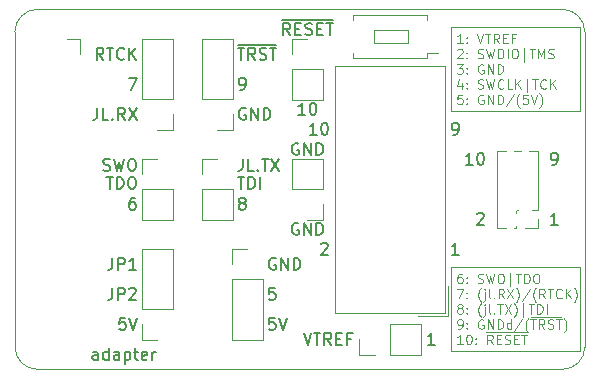
<source format=gto>
G04 #@! TF.GenerationSoftware,KiCad,Pcbnew,7.0.10-7.0.10~ubuntu22.04.1*
G04 #@! TF.CreationDate,2025-03-20T21:46:33+01:00*
G04 #@! TF.ProjectId,jlink-tagConnect-adapter-v4,6a6c696e-6b2d-4746-9167-436f6e6e6563,rev?*
G04 #@! TF.SameCoordinates,Original*
G04 #@! TF.FileFunction,Legend,Top*
G04 #@! TF.FilePolarity,Positive*
%FSLAX46Y46*%
G04 Gerber Fmt 4.6, Leading zero omitted, Abs format (unit mm)*
G04 Created by KiCad (PCBNEW 7.0.10-7.0.10~ubuntu22.04.1) date 2025-03-20 21:46:33*
%MOMM*%
%LPD*%
G01*
G04 APERTURE LIST*
%ADD10C,0.120000*%
%ADD11C,0.150000*%
%ADD12C,0.200000*%
G04 #@! TA.AperFunction,Profile*
%ADD13C,0.101600*%
G04 #@! TD*
G04 APERTURE END LIST*
D10*
X137414000Y-100076000D02*
X126492000Y-100076000D01*
X126492000Y-92964000D02*
X137414000Y-92964000D01*
X126492000Y-92964000D02*
X126492000Y-100076000D01*
X126492000Y-120396000D02*
X126492000Y-113284000D01*
X137414000Y-120396000D02*
X126492000Y-120396000D01*
X137414000Y-92964000D02*
X137414000Y-100076000D01*
X137414000Y-113284000D02*
X137414000Y-120396000D01*
X126492000Y-113284000D02*
X137414000Y-113284000D01*
D11*
X127098588Y-112214819D02*
X126527160Y-112214819D01*
X126812874Y-112214819D02*
X126812874Y-111214819D01*
X126812874Y-111214819D02*
X126717636Y-111357676D01*
X126717636Y-111357676D02*
X126622398Y-111452914D01*
X126622398Y-111452914D02*
X126527160Y-111500533D01*
X108826493Y-104102819D02*
X108826493Y-104817104D01*
X108826493Y-104817104D02*
X108778874Y-104959961D01*
X108778874Y-104959961D02*
X108683636Y-105055200D01*
X108683636Y-105055200D02*
X108540779Y-105102819D01*
X108540779Y-105102819D02*
X108445541Y-105102819D01*
X109778874Y-105102819D02*
X109302684Y-105102819D01*
X109302684Y-105102819D02*
X109302684Y-104102819D01*
X110112208Y-105007580D02*
X110159827Y-105055200D01*
X110159827Y-105055200D02*
X110112208Y-105102819D01*
X110112208Y-105102819D02*
X110064589Y-105055200D01*
X110064589Y-105055200D02*
X110112208Y-105007580D01*
X110112208Y-105007580D02*
X110112208Y-105102819D01*
X110445541Y-104102819D02*
X111016969Y-104102819D01*
X110731255Y-105102819D02*
X110731255Y-104102819D01*
X111255065Y-104102819D02*
X111921731Y-105102819D01*
X111921731Y-104102819D02*
X111255065Y-105102819D01*
X114109523Y-100353819D02*
X113538095Y-100353819D01*
X113823809Y-100353819D02*
X113823809Y-99353819D01*
X113823809Y-99353819D02*
X113728571Y-99496676D01*
X113728571Y-99496676D02*
X113633333Y-99591914D01*
X113633333Y-99591914D02*
X113538095Y-99639533D01*
X114728571Y-99353819D02*
X114823809Y-99353819D01*
X114823809Y-99353819D02*
X114919047Y-99401438D01*
X114919047Y-99401438D02*
X114966666Y-99449057D01*
X114966666Y-99449057D02*
X115014285Y-99544295D01*
X115014285Y-99544295D02*
X115061904Y-99734771D01*
X115061904Y-99734771D02*
X115061904Y-99972866D01*
X115061904Y-99972866D02*
X115014285Y-100163342D01*
X115014285Y-100163342D02*
X114966666Y-100258580D01*
X114966666Y-100258580D02*
X114919047Y-100306200D01*
X114919047Y-100306200D02*
X114823809Y-100353819D01*
X114823809Y-100353819D02*
X114728571Y-100353819D01*
X114728571Y-100353819D02*
X114633333Y-100306200D01*
X114633333Y-100306200D02*
X114585714Y-100258580D01*
X114585714Y-100258580D02*
X114538095Y-100163342D01*
X114538095Y-100163342D02*
X114490476Y-99972866D01*
X114490476Y-99972866D02*
X114490476Y-99734771D01*
X114490476Y-99734771D02*
X114538095Y-99544295D01*
X114538095Y-99544295D02*
X114585714Y-99449057D01*
X114585714Y-99449057D02*
X114633333Y-99401438D01*
X114633333Y-99401438D02*
X114728571Y-99353819D01*
X108397922Y-105626819D02*
X108969350Y-105626819D01*
X108683636Y-106626819D02*
X108683636Y-105626819D01*
X109302684Y-106626819D02*
X109302684Y-105626819D01*
X109302684Y-105626819D02*
X109540779Y-105626819D01*
X109540779Y-105626819D02*
X109683636Y-105674438D01*
X109683636Y-105674438D02*
X109778874Y-105769676D01*
X109778874Y-105769676D02*
X109826493Y-105864914D01*
X109826493Y-105864914D02*
X109874112Y-106055390D01*
X109874112Y-106055390D02*
X109874112Y-106198247D01*
X109874112Y-106198247D02*
X109826493Y-106388723D01*
X109826493Y-106388723D02*
X109778874Y-106483961D01*
X109778874Y-106483961D02*
X109683636Y-106579200D01*
X109683636Y-106579200D02*
X109540779Y-106626819D01*
X109540779Y-106626819D02*
X109302684Y-106626819D01*
X110302684Y-106626819D02*
X110302684Y-105626819D01*
X113979601Y-118834819D02*
X114312934Y-119834819D01*
X114312934Y-119834819D02*
X114646267Y-118834819D01*
X114836744Y-118834819D02*
X115408172Y-118834819D01*
X115122458Y-119834819D02*
X115122458Y-118834819D01*
X116312934Y-119834819D02*
X115979601Y-119358628D01*
X115741506Y-119834819D02*
X115741506Y-118834819D01*
X115741506Y-118834819D02*
X116122458Y-118834819D01*
X116122458Y-118834819D02*
X116217696Y-118882438D01*
X116217696Y-118882438D02*
X116265315Y-118930057D01*
X116265315Y-118930057D02*
X116312934Y-119025295D01*
X116312934Y-119025295D02*
X116312934Y-119168152D01*
X116312934Y-119168152D02*
X116265315Y-119263390D01*
X116265315Y-119263390D02*
X116217696Y-119311009D01*
X116217696Y-119311009D02*
X116122458Y-119358628D01*
X116122458Y-119358628D02*
X115741506Y-119358628D01*
X116741506Y-119311009D02*
X117074839Y-119311009D01*
X117217696Y-119834819D02*
X116741506Y-119834819D01*
X116741506Y-119834819D02*
X116741506Y-118834819D01*
X116741506Y-118834819D02*
X117217696Y-118834819D01*
X117979601Y-119311009D02*
X117646268Y-119311009D01*
X117646268Y-119834819D02*
X117646268Y-118834819D01*
X117646268Y-118834819D02*
X118122458Y-118834819D01*
X98882077Y-117564819D02*
X98405887Y-117564819D01*
X98405887Y-117564819D02*
X98358268Y-118041009D01*
X98358268Y-118041009D02*
X98405887Y-117993390D01*
X98405887Y-117993390D02*
X98501125Y-117945771D01*
X98501125Y-117945771D02*
X98739220Y-117945771D01*
X98739220Y-117945771D02*
X98834458Y-117993390D01*
X98834458Y-117993390D02*
X98882077Y-118041009D01*
X98882077Y-118041009D02*
X98929696Y-118136247D01*
X98929696Y-118136247D02*
X98929696Y-118374342D01*
X98929696Y-118374342D02*
X98882077Y-118469580D01*
X98882077Y-118469580D02*
X98834458Y-118517200D01*
X98834458Y-118517200D02*
X98739220Y-118564819D01*
X98739220Y-118564819D02*
X98501125Y-118564819D01*
X98501125Y-118564819D02*
X98405887Y-118517200D01*
X98405887Y-118517200D02*
X98358268Y-118469580D01*
X99215411Y-117564819D02*
X99548744Y-118564819D01*
X99548744Y-118564819D02*
X99882077Y-117564819D01*
D10*
X127434470Y-94307855D02*
X126977327Y-94307855D01*
X127205899Y-94307855D02*
X127205899Y-93507855D01*
X127205899Y-93507855D02*
X127129708Y-93622140D01*
X127129708Y-93622140D02*
X127053518Y-93698331D01*
X127053518Y-93698331D02*
X126977327Y-93736426D01*
X127777328Y-94231664D02*
X127815423Y-94269760D01*
X127815423Y-94269760D02*
X127777328Y-94307855D01*
X127777328Y-94307855D02*
X127739232Y-94269760D01*
X127739232Y-94269760D02*
X127777328Y-94231664D01*
X127777328Y-94231664D02*
X127777328Y-94307855D01*
X127777328Y-93812617D02*
X127815423Y-93850712D01*
X127815423Y-93850712D02*
X127777328Y-93888807D01*
X127777328Y-93888807D02*
X127739232Y-93850712D01*
X127739232Y-93850712D02*
X127777328Y-93812617D01*
X127777328Y-93812617D02*
X127777328Y-93888807D01*
X128653518Y-93507855D02*
X128920185Y-94307855D01*
X128920185Y-94307855D02*
X129186851Y-93507855D01*
X129339232Y-93507855D02*
X129796375Y-93507855D01*
X129567803Y-94307855D02*
X129567803Y-93507855D01*
X130520185Y-94307855D02*
X130253518Y-93926902D01*
X130063042Y-94307855D02*
X130063042Y-93507855D01*
X130063042Y-93507855D02*
X130367804Y-93507855D01*
X130367804Y-93507855D02*
X130443994Y-93545950D01*
X130443994Y-93545950D02*
X130482089Y-93584045D01*
X130482089Y-93584045D02*
X130520185Y-93660236D01*
X130520185Y-93660236D02*
X130520185Y-93774521D01*
X130520185Y-93774521D02*
X130482089Y-93850712D01*
X130482089Y-93850712D02*
X130443994Y-93888807D01*
X130443994Y-93888807D02*
X130367804Y-93926902D01*
X130367804Y-93926902D02*
X130063042Y-93926902D01*
X130863042Y-93888807D02*
X131129708Y-93888807D01*
X131243994Y-94307855D02*
X130863042Y-94307855D01*
X130863042Y-94307855D02*
X130863042Y-93507855D01*
X130863042Y-93507855D02*
X131243994Y-93507855D01*
X131853518Y-93888807D02*
X131586852Y-93888807D01*
X131586852Y-94307855D02*
X131586852Y-93507855D01*
X131586852Y-93507855D02*
X131967804Y-93507855D01*
X126977327Y-94872045D02*
X127015423Y-94833950D01*
X127015423Y-94833950D02*
X127091613Y-94795855D01*
X127091613Y-94795855D02*
X127282089Y-94795855D01*
X127282089Y-94795855D02*
X127358280Y-94833950D01*
X127358280Y-94833950D02*
X127396375Y-94872045D01*
X127396375Y-94872045D02*
X127434470Y-94948236D01*
X127434470Y-94948236D02*
X127434470Y-95024426D01*
X127434470Y-95024426D02*
X127396375Y-95138712D01*
X127396375Y-95138712D02*
X126939232Y-95595855D01*
X126939232Y-95595855D02*
X127434470Y-95595855D01*
X127777328Y-95519664D02*
X127815423Y-95557760D01*
X127815423Y-95557760D02*
X127777328Y-95595855D01*
X127777328Y-95595855D02*
X127739232Y-95557760D01*
X127739232Y-95557760D02*
X127777328Y-95519664D01*
X127777328Y-95519664D02*
X127777328Y-95595855D01*
X127777328Y-95100617D02*
X127815423Y-95138712D01*
X127815423Y-95138712D02*
X127777328Y-95176807D01*
X127777328Y-95176807D02*
X127739232Y-95138712D01*
X127739232Y-95138712D02*
X127777328Y-95100617D01*
X127777328Y-95100617D02*
X127777328Y-95176807D01*
X128729708Y-95557760D02*
X128843994Y-95595855D01*
X128843994Y-95595855D02*
X129034470Y-95595855D01*
X129034470Y-95595855D02*
X129110661Y-95557760D01*
X129110661Y-95557760D02*
X129148756Y-95519664D01*
X129148756Y-95519664D02*
X129186851Y-95443474D01*
X129186851Y-95443474D02*
X129186851Y-95367283D01*
X129186851Y-95367283D02*
X129148756Y-95291093D01*
X129148756Y-95291093D02*
X129110661Y-95252998D01*
X129110661Y-95252998D02*
X129034470Y-95214902D01*
X129034470Y-95214902D02*
X128882089Y-95176807D01*
X128882089Y-95176807D02*
X128805899Y-95138712D01*
X128805899Y-95138712D02*
X128767804Y-95100617D01*
X128767804Y-95100617D02*
X128729708Y-95024426D01*
X128729708Y-95024426D02*
X128729708Y-94948236D01*
X128729708Y-94948236D02*
X128767804Y-94872045D01*
X128767804Y-94872045D02*
X128805899Y-94833950D01*
X128805899Y-94833950D02*
X128882089Y-94795855D01*
X128882089Y-94795855D02*
X129072566Y-94795855D01*
X129072566Y-94795855D02*
X129186851Y-94833950D01*
X129453518Y-94795855D02*
X129643994Y-95595855D01*
X129643994Y-95595855D02*
X129796375Y-95024426D01*
X129796375Y-95024426D02*
X129948756Y-95595855D01*
X129948756Y-95595855D02*
X130139233Y-94795855D01*
X130443995Y-95595855D02*
X130443995Y-94795855D01*
X130443995Y-94795855D02*
X130634471Y-94795855D01*
X130634471Y-94795855D02*
X130748757Y-94833950D01*
X130748757Y-94833950D02*
X130824947Y-94910140D01*
X130824947Y-94910140D02*
X130863042Y-94986331D01*
X130863042Y-94986331D02*
X130901138Y-95138712D01*
X130901138Y-95138712D02*
X130901138Y-95252998D01*
X130901138Y-95252998D02*
X130863042Y-95405379D01*
X130863042Y-95405379D02*
X130824947Y-95481569D01*
X130824947Y-95481569D02*
X130748757Y-95557760D01*
X130748757Y-95557760D02*
X130634471Y-95595855D01*
X130634471Y-95595855D02*
X130443995Y-95595855D01*
X131243995Y-95595855D02*
X131243995Y-94795855D01*
X131777328Y-94795855D02*
X131929709Y-94795855D01*
X131929709Y-94795855D02*
X132005899Y-94833950D01*
X132005899Y-94833950D02*
X132082090Y-94910140D01*
X132082090Y-94910140D02*
X132120185Y-95062521D01*
X132120185Y-95062521D02*
X132120185Y-95329188D01*
X132120185Y-95329188D02*
X132082090Y-95481569D01*
X132082090Y-95481569D02*
X132005899Y-95557760D01*
X132005899Y-95557760D02*
X131929709Y-95595855D01*
X131929709Y-95595855D02*
X131777328Y-95595855D01*
X131777328Y-95595855D02*
X131701137Y-95557760D01*
X131701137Y-95557760D02*
X131624947Y-95481569D01*
X131624947Y-95481569D02*
X131586851Y-95329188D01*
X131586851Y-95329188D02*
X131586851Y-95062521D01*
X131586851Y-95062521D02*
X131624947Y-94910140D01*
X131624947Y-94910140D02*
X131701137Y-94833950D01*
X131701137Y-94833950D02*
X131777328Y-94795855D01*
X132653518Y-95862521D02*
X132653518Y-94719664D01*
X133110661Y-94795855D02*
X133567804Y-94795855D01*
X133339232Y-95595855D02*
X133339232Y-94795855D01*
X133834471Y-95595855D02*
X133834471Y-94795855D01*
X133834471Y-94795855D02*
X134101137Y-95367283D01*
X134101137Y-95367283D02*
X134367804Y-94795855D01*
X134367804Y-94795855D02*
X134367804Y-95595855D01*
X134710661Y-95557760D02*
X134824947Y-95595855D01*
X134824947Y-95595855D02*
X135015423Y-95595855D01*
X135015423Y-95595855D02*
X135091614Y-95557760D01*
X135091614Y-95557760D02*
X135129709Y-95519664D01*
X135129709Y-95519664D02*
X135167804Y-95443474D01*
X135167804Y-95443474D02*
X135167804Y-95367283D01*
X135167804Y-95367283D02*
X135129709Y-95291093D01*
X135129709Y-95291093D02*
X135091614Y-95252998D01*
X135091614Y-95252998D02*
X135015423Y-95214902D01*
X135015423Y-95214902D02*
X134863042Y-95176807D01*
X134863042Y-95176807D02*
X134786852Y-95138712D01*
X134786852Y-95138712D02*
X134748757Y-95100617D01*
X134748757Y-95100617D02*
X134710661Y-95024426D01*
X134710661Y-95024426D02*
X134710661Y-94948236D01*
X134710661Y-94948236D02*
X134748757Y-94872045D01*
X134748757Y-94872045D02*
X134786852Y-94833950D01*
X134786852Y-94833950D02*
X134863042Y-94795855D01*
X134863042Y-94795855D02*
X135053519Y-94795855D01*
X135053519Y-94795855D02*
X135167804Y-94833950D01*
X126939232Y-96083855D02*
X127434470Y-96083855D01*
X127434470Y-96083855D02*
X127167804Y-96388617D01*
X127167804Y-96388617D02*
X127282089Y-96388617D01*
X127282089Y-96388617D02*
X127358280Y-96426712D01*
X127358280Y-96426712D02*
X127396375Y-96464807D01*
X127396375Y-96464807D02*
X127434470Y-96540998D01*
X127434470Y-96540998D02*
X127434470Y-96731474D01*
X127434470Y-96731474D02*
X127396375Y-96807664D01*
X127396375Y-96807664D02*
X127358280Y-96845760D01*
X127358280Y-96845760D02*
X127282089Y-96883855D01*
X127282089Y-96883855D02*
X127053518Y-96883855D01*
X127053518Y-96883855D02*
X126977327Y-96845760D01*
X126977327Y-96845760D02*
X126939232Y-96807664D01*
X127777328Y-96807664D02*
X127815423Y-96845760D01*
X127815423Y-96845760D02*
X127777328Y-96883855D01*
X127777328Y-96883855D02*
X127739232Y-96845760D01*
X127739232Y-96845760D02*
X127777328Y-96807664D01*
X127777328Y-96807664D02*
X127777328Y-96883855D01*
X127777328Y-96388617D02*
X127815423Y-96426712D01*
X127815423Y-96426712D02*
X127777328Y-96464807D01*
X127777328Y-96464807D02*
X127739232Y-96426712D01*
X127739232Y-96426712D02*
X127777328Y-96388617D01*
X127777328Y-96388617D02*
X127777328Y-96464807D01*
X129186851Y-96121950D02*
X129110661Y-96083855D01*
X129110661Y-96083855D02*
X128996375Y-96083855D01*
X128996375Y-96083855D02*
X128882089Y-96121950D01*
X128882089Y-96121950D02*
X128805899Y-96198140D01*
X128805899Y-96198140D02*
X128767804Y-96274331D01*
X128767804Y-96274331D02*
X128729708Y-96426712D01*
X128729708Y-96426712D02*
X128729708Y-96540998D01*
X128729708Y-96540998D02*
X128767804Y-96693379D01*
X128767804Y-96693379D02*
X128805899Y-96769569D01*
X128805899Y-96769569D02*
X128882089Y-96845760D01*
X128882089Y-96845760D02*
X128996375Y-96883855D01*
X128996375Y-96883855D02*
X129072566Y-96883855D01*
X129072566Y-96883855D02*
X129186851Y-96845760D01*
X129186851Y-96845760D02*
X129224947Y-96807664D01*
X129224947Y-96807664D02*
X129224947Y-96540998D01*
X129224947Y-96540998D02*
X129072566Y-96540998D01*
X129567804Y-96883855D02*
X129567804Y-96083855D01*
X129567804Y-96083855D02*
X130024947Y-96883855D01*
X130024947Y-96883855D02*
X130024947Y-96083855D01*
X130405899Y-96883855D02*
X130405899Y-96083855D01*
X130405899Y-96083855D02*
X130596375Y-96083855D01*
X130596375Y-96083855D02*
X130710661Y-96121950D01*
X130710661Y-96121950D02*
X130786851Y-96198140D01*
X130786851Y-96198140D02*
X130824946Y-96274331D01*
X130824946Y-96274331D02*
X130863042Y-96426712D01*
X130863042Y-96426712D02*
X130863042Y-96540998D01*
X130863042Y-96540998D02*
X130824946Y-96693379D01*
X130824946Y-96693379D02*
X130786851Y-96769569D01*
X130786851Y-96769569D02*
X130710661Y-96845760D01*
X130710661Y-96845760D02*
X130596375Y-96883855D01*
X130596375Y-96883855D02*
X130405899Y-96883855D01*
X127358280Y-97638521D02*
X127358280Y-98171855D01*
X127167804Y-97333760D02*
X126977327Y-97905188D01*
X126977327Y-97905188D02*
X127472566Y-97905188D01*
X127777328Y-98095664D02*
X127815423Y-98133760D01*
X127815423Y-98133760D02*
X127777328Y-98171855D01*
X127777328Y-98171855D02*
X127739232Y-98133760D01*
X127739232Y-98133760D02*
X127777328Y-98095664D01*
X127777328Y-98095664D02*
X127777328Y-98171855D01*
X127777328Y-97676617D02*
X127815423Y-97714712D01*
X127815423Y-97714712D02*
X127777328Y-97752807D01*
X127777328Y-97752807D02*
X127739232Y-97714712D01*
X127739232Y-97714712D02*
X127777328Y-97676617D01*
X127777328Y-97676617D02*
X127777328Y-97752807D01*
X128729708Y-98133760D02*
X128843994Y-98171855D01*
X128843994Y-98171855D02*
X129034470Y-98171855D01*
X129034470Y-98171855D02*
X129110661Y-98133760D01*
X129110661Y-98133760D02*
X129148756Y-98095664D01*
X129148756Y-98095664D02*
X129186851Y-98019474D01*
X129186851Y-98019474D02*
X129186851Y-97943283D01*
X129186851Y-97943283D02*
X129148756Y-97867093D01*
X129148756Y-97867093D02*
X129110661Y-97828998D01*
X129110661Y-97828998D02*
X129034470Y-97790902D01*
X129034470Y-97790902D02*
X128882089Y-97752807D01*
X128882089Y-97752807D02*
X128805899Y-97714712D01*
X128805899Y-97714712D02*
X128767804Y-97676617D01*
X128767804Y-97676617D02*
X128729708Y-97600426D01*
X128729708Y-97600426D02*
X128729708Y-97524236D01*
X128729708Y-97524236D02*
X128767804Y-97448045D01*
X128767804Y-97448045D02*
X128805899Y-97409950D01*
X128805899Y-97409950D02*
X128882089Y-97371855D01*
X128882089Y-97371855D02*
X129072566Y-97371855D01*
X129072566Y-97371855D02*
X129186851Y-97409950D01*
X129453518Y-97371855D02*
X129643994Y-98171855D01*
X129643994Y-98171855D02*
X129796375Y-97600426D01*
X129796375Y-97600426D02*
X129948756Y-98171855D01*
X129948756Y-98171855D02*
X130139233Y-97371855D01*
X130901138Y-98095664D02*
X130863042Y-98133760D01*
X130863042Y-98133760D02*
X130748757Y-98171855D01*
X130748757Y-98171855D02*
X130672566Y-98171855D01*
X130672566Y-98171855D02*
X130558280Y-98133760D01*
X130558280Y-98133760D02*
X130482090Y-98057569D01*
X130482090Y-98057569D02*
X130443995Y-97981379D01*
X130443995Y-97981379D02*
X130405899Y-97828998D01*
X130405899Y-97828998D02*
X130405899Y-97714712D01*
X130405899Y-97714712D02*
X130443995Y-97562331D01*
X130443995Y-97562331D02*
X130482090Y-97486140D01*
X130482090Y-97486140D02*
X130558280Y-97409950D01*
X130558280Y-97409950D02*
X130672566Y-97371855D01*
X130672566Y-97371855D02*
X130748757Y-97371855D01*
X130748757Y-97371855D02*
X130863042Y-97409950D01*
X130863042Y-97409950D02*
X130901138Y-97448045D01*
X131624947Y-98171855D02*
X131243995Y-98171855D01*
X131243995Y-98171855D02*
X131243995Y-97371855D01*
X131891614Y-98171855D02*
X131891614Y-97371855D01*
X132348757Y-98171855D02*
X132005899Y-97714712D01*
X132348757Y-97371855D02*
X131891614Y-97828998D01*
X132882090Y-98438521D02*
X132882090Y-97295664D01*
X133339233Y-97371855D02*
X133796376Y-97371855D01*
X133567804Y-98171855D02*
X133567804Y-97371855D01*
X134520186Y-98095664D02*
X134482090Y-98133760D01*
X134482090Y-98133760D02*
X134367805Y-98171855D01*
X134367805Y-98171855D02*
X134291614Y-98171855D01*
X134291614Y-98171855D02*
X134177328Y-98133760D01*
X134177328Y-98133760D02*
X134101138Y-98057569D01*
X134101138Y-98057569D02*
X134063043Y-97981379D01*
X134063043Y-97981379D02*
X134024947Y-97828998D01*
X134024947Y-97828998D02*
X134024947Y-97714712D01*
X134024947Y-97714712D02*
X134063043Y-97562331D01*
X134063043Y-97562331D02*
X134101138Y-97486140D01*
X134101138Y-97486140D02*
X134177328Y-97409950D01*
X134177328Y-97409950D02*
X134291614Y-97371855D01*
X134291614Y-97371855D02*
X134367805Y-97371855D01*
X134367805Y-97371855D02*
X134482090Y-97409950D01*
X134482090Y-97409950D02*
X134520186Y-97448045D01*
X134863043Y-98171855D02*
X134863043Y-97371855D01*
X135320186Y-98171855D02*
X134977328Y-97714712D01*
X135320186Y-97371855D02*
X134863043Y-97828998D01*
X127396375Y-98659855D02*
X127015423Y-98659855D01*
X127015423Y-98659855D02*
X126977327Y-99040807D01*
X126977327Y-99040807D02*
X127015423Y-99002712D01*
X127015423Y-99002712D02*
X127091613Y-98964617D01*
X127091613Y-98964617D02*
X127282089Y-98964617D01*
X127282089Y-98964617D02*
X127358280Y-99002712D01*
X127358280Y-99002712D02*
X127396375Y-99040807D01*
X127396375Y-99040807D02*
X127434470Y-99116998D01*
X127434470Y-99116998D02*
X127434470Y-99307474D01*
X127434470Y-99307474D02*
X127396375Y-99383664D01*
X127396375Y-99383664D02*
X127358280Y-99421760D01*
X127358280Y-99421760D02*
X127282089Y-99459855D01*
X127282089Y-99459855D02*
X127091613Y-99459855D01*
X127091613Y-99459855D02*
X127015423Y-99421760D01*
X127015423Y-99421760D02*
X126977327Y-99383664D01*
X127777328Y-99383664D02*
X127815423Y-99421760D01*
X127815423Y-99421760D02*
X127777328Y-99459855D01*
X127777328Y-99459855D02*
X127739232Y-99421760D01*
X127739232Y-99421760D02*
X127777328Y-99383664D01*
X127777328Y-99383664D02*
X127777328Y-99459855D01*
X127777328Y-98964617D02*
X127815423Y-99002712D01*
X127815423Y-99002712D02*
X127777328Y-99040807D01*
X127777328Y-99040807D02*
X127739232Y-99002712D01*
X127739232Y-99002712D02*
X127777328Y-98964617D01*
X127777328Y-98964617D02*
X127777328Y-99040807D01*
X129186851Y-98697950D02*
X129110661Y-98659855D01*
X129110661Y-98659855D02*
X128996375Y-98659855D01*
X128996375Y-98659855D02*
X128882089Y-98697950D01*
X128882089Y-98697950D02*
X128805899Y-98774140D01*
X128805899Y-98774140D02*
X128767804Y-98850331D01*
X128767804Y-98850331D02*
X128729708Y-99002712D01*
X128729708Y-99002712D02*
X128729708Y-99116998D01*
X128729708Y-99116998D02*
X128767804Y-99269379D01*
X128767804Y-99269379D02*
X128805899Y-99345569D01*
X128805899Y-99345569D02*
X128882089Y-99421760D01*
X128882089Y-99421760D02*
X128996375Y-99459855D01*
X128996375Y-99459855D02*
X129072566Y-99459855D01*
X129072566Y-99459855D02*
X129186851Y-99421760D01*
X129186851Y-99421760D02*
X129224947Y-99383664D01*
X129224947Y-99383664D02*
X129224947Y-99116998D01*
X129224947Y-99116998D02*
X129072566Y-99116998D01*
X129567804Y-99459855D02*
X129567804Y-98659855D01*
X129567804Y-98659855D02*
X130024947Y-99459855D01*
X130024947Y-99459855D02*
X130024947Y-98659855D01*
X130405899Y-99459855D02*
X130405899Y-98659855D01*
X130405899Y-98659855D02*
X130596375Y-98659855D01*
X130596375Y-98659855D02*
X130710661Y-98697950D01*
X130710661Y-98697950D02*
X130786851Y-98774140D01*
X130786851Y-98774140D02*
X130824946Y-98850331D01*
X130824946Y-98850331D02*
X130863042Y-99002712D01*
X130863042Y-99002712D02*
X130863042Y-99116998D01*
X130863042Y-99116998D02*
X130824946Y-99269379D01*
X130824946Y-99269379D02*
X130786851Y-99345569D01*
X130786851Y-99345569D02*
X130710661Y-99421760D01*
X130710661Y-99421760D02*
X130596375Y-99459855D01*
X130596375Y-99459855D02*
X130405899Y-99459855D01*
X131777327Y-98621760D02*
X131091613Y-99650331D01*
X132272565Y-99764617D02*
X132234470Y-99726521D01*
X132234470Y-99726521D02*
X132158279Y-99612236D01*
X132158279Y-99612236D02*
X132120184Y-99536045D01*
X132120184Y-99536045D02*
X132082089Y-99421760D01*
X132082089Y-99421760D02*
X132043994Y-99231283D01*
X132043994Y-99231283D02*
X132043994Y-99078902D01*
X132043994Y-99078902D02*
X132082089Y-98888426D01*
X132082089Y-98888426D02*
X132120184Y-98774140D01*
X132120184Y-98774140D02*
X132158279Y-98697950D01*
X132158279Y-98697950D02*
X132234470Y-98583664D01*
X132234470Y-98583664D02*
X132272565Y-98545569D01*
X132958279Y-98659855D02*
X132577327Y-98659855D01*
X132577327Y-98659855D02*
X132539231Y-99040807D01*
X132539231Y-99040807D02*
X132577327Y-99002712D01*
X132577327Y-99002712D02*
X132653517Y-98964617D01*
X132653517Y-98964617D02*
X132843993Y-98964617D01*
X132843993Y-98964617D02*
X132920184Y-99002712D01*
X132920184Y-99002712D02*
X132958279Y-99040807D01*
X132958279Y-99040807D02*
X132996374Y-99116998D01*
X132996374Y-99116998D02*
X132996374Y-99307474D01*
X132996374Y-99307474D02*
X132958279Y-99383664D01*
X132958279Y-99383664D02*
X132920184Y-99421760D01*
X132920184Y-99421760D02*
X132843993Y-99459855D01*
X132843993Y-99459855D02*
X132653517Y-99459855D01*
X132653517Y-99459855D02*
X132577327Y-99421760D01*
X132577327Y-99421760D02*
X132539231Y-99383664D01*
X133224946Y-98659855D02*
X133491613Y-99459855D01*
X133491613Y-99459855D02*
X133758279Y-98659855D01*
X133948755Y-99764617D02*
X133986850Y-99726521D01*
X133986850Y-99726521D02*
X134063041Y-99612236D01*
X134063041Y-99612236D02*
X134101136Y-99536045D01*
X134101136Y-99536045D02*
X134139231Y-99421760D01*
X134139231Y-99421760D02*
X134177327Y-99231283D01*
X134177327Y-99231283D02*
X134177327Y-99078902D01*
X134177327Y-99078902D02*
X134139231Y-98888426D01*
X134139231Y-98888426D02*
X134101136Y-98774140D01*
X134101136Y-98774140D02*
X134063041Y-98697950D01*
X134063041Y-98697950D02*
X133986850Y-98583664D01*
X133986850Y-98583664D02*
X133948755Y-98545569D01*
D11*
X128298458Y-104594819D02*
X127727030Y-104594819D01*
X128012744Y-104594819D02*
X128012744Y-103594819D01*
X128012744Y-103594819D02*
X127917506Y-103737676D01*
X127917506Y-103737676D02*
X127822268Y-103832914D01*
X127822268Y-103832914D02*
X127727030Y-103880533D01*
X128917506Y-103594819D02*
X129012744Y-103594819D01*
X129012744Y-103594819D02*
X129107982Y-103642438D01*
X129107982Y-103642438D02*
X129155601Y-103690057D01*
X129155601Y-103690057D02*
X129203220Y-103785295D01*
X129203220Y-103785295D02*
X129250839Y-103975771D01*
X129250839Y-103975771D02*
X129250839Y-104213866D01*
X129250839Y-104213866D02*
X129203220Y-104404342D01*
X129203220Y-104404342D02*
X129155601Y-104499580D01*
X129155601Y-104499580D02*
X129107982Y-104547200D01*
X129107982Y-104547200D02*
X129012744Y-104594819D01*
X129012744Y-104594819D02*
X128917506Y-104594819D01*
X128917506Y-104594819D02*
X128822268Y-104547200D01*
X128822268Y-104547200D02*
X128774649Y-104499580D01*
X128774649Y-104499580D02*
X128727030Y-104404342D01*
X128727030Y-104404342D02*
X128679411Y-104213866D01*
X128679411Y-104213866D02*
X128679411Y-103975771D01*
X128679411Y-103975771D02*
X128727030Y-103785295D01*
X128727030Y-103785295D02*
X128774649Y-103690057D01*
X128774649Y-103690057D02*
X128822268Y-103642438D01*
X128822268Y-103642438D02*
X128917506Y-103594819D01*
X135480588Y-109674819D02*
X134909160Y-109674819D01*
X135194874Y-109674819D02*
X135194874Y-108674819D01*
X135194874Y-108674819D02*
X135099636Y-108817676D01*
X135099636Y-108817676D02*
X135004398Y-108912914D01*
X135004398Y-108912914D02*
X134909160Y-108960533D01*
X128679411Y-108770057D02*
X128727030Y-108722438D01*
X128727030Y-108722438D02*
X128822268Y-108674819D01*
X128822268Y-108674819D02*
X129060363Y-108674819D01*
X129060363Y-108674819D02*
X129155601Y-108722438D01*
X129155601Y-108722438D02*
X129203220Y-108770057D01*
X129203220Y-108770057D02*
X129250839Y-108865295D01*
X129250839Y-108865295D02*
X129250839Y-108960533D01*
X129250839Y-108960533D02*
X129203220Y-109103390D01*
X129203220Y-109103390D02*
X128631792Y-109674819D01*
X128631792Y-109674819D02*
X129250839Y-109674819D01*
X97024934Y-95704819D02*
X96691601Y-95228628D01*
X96453506Y-95704819D02*
X96453506Y-94704819D01*
X96453506Y-94704819D02*
X96834458Y-94704819D01*
X96834458Y-94704819D02*
X96929696Y-94752438D01*
X96929696Y-94752438D02*
X96977315Y-94800057D01*
X96977315Y-94800057D02*
X97024934Y-94895295D01*
X97024934Y-94895295D02*
X97024934Y-95038152D01*
X97024934Y-95038152D02*
X96977315Y-95133390D01*
X96977315Y-95133390D02*
X96929696Y-95181009D01*
X96929696Y-95181009D02*
X96834458Y-95228628D01*
X96834458Y-95228628D02*
X96453506Y-95228628D01*
X97310649Y-94704819D02*
X97882077Y-94704819D01*
X97596363Y-95704819D02*
X97596363Y-94704819D01*
X98786839Y-95609580D02*
X98739220Y-95657200D01*
X98739220Y-95657200D02*
X98596363Y-95704819D01*
X98596363Y-95704819D02*
X98501125Y-95704819D01*
X98501125Y-95704819D02*
X98358268Y-95657200D01*
X98358268Y-95657200D02*
X98263030Y-95561961D01*
X98263030Y-95561961D02*
X98215411Y-95466723D01*
X98215411Y-95466723D02*
X98167792Y-95276247D01*
X98167792Y-95276247D02*
X98167792Y-95133390D01*
X98167792Y-95133390D02*
X98215411Y-94942914D01*
X98215411Y-94942914D02*
X98263030Y-94847676D01*
X98263030Y-94847676D02*
X98358268Y-94752438D01*
X98358268Y-94752438D02*
X98501125Y-94704819D01*
X98501125Y-94704819D02*
X98596363Y-94704819D01*
X98596363Y-94704819D02*
X98739220Y-94752438D01*
X98739220Y-94752438D02*
X98786839Y-94800057D01*
X99215411Y-95704819D02*
X99215411Y-94704819D01*
X99786839Y-95704819D02*
X99358268Y-95133390D01*
X99786839Y-94704819D02*
X99215411Y-95276247D01*
D10*
X127358280Y-113827855D02*
X127205899Y-113827855D01*
X127205899Y-113827855D02*
X127129708Y-113865950D01*
X127129708Y-113865950D02*
X127091613Y-113904045D01*
X127091613Y-113904045D02*
X127015423Y-114018331D01*
X127015423Y-114018331D02*
X126977327Y-114170712D01*
X126977327Y-114170712D02*
X126977327Y-114475474D01*
X126977327Y-114475474D02*
X127015423Y-114551664D01*
X127015423Y-114551664D02*
X127053518Y-114589760D01*
X127053518Y-114589760D02*
X127129708Y-114627855D01*
X127129708Y-114627855D02*
X127282089Y-114627855D01*
X127282089Y-114627855D02*
X127358280Y-114589760D01*
X127358280Y-114589760D02*
X127396375Y-114551664D01*
X127396375Y-114551664D02*
X127434470Y-114475474D01*
X127434470Y-114475474D02*
X127434470Y-114284998D01*
X127434470Y-114284998D02*
X127396375Y-114208807D01*
X127396375Y-114208807D02*
X127358280Y-114170712D01*
X127358280Y-114170712D02*
X127282089Y-114132617D01*
X127282089Y-114132617D02*
X127129708Y-114132617D01*
X127129708Y-114132617D02*
X127053518Y-114170712D01*
X127053518Y-114170712D02*
X127015423Y-114208807D01*
X127015423Y-114208807D02*
X126977327Y-114284998D01*
X127777328Y-114551664D02*
X127815423Y-114589760D01*
X127815423Y-114589760D02*
X127777328Y-114627855D01*
X127777328Y-114627855D02*
X127739232Y-114589760D01*
X127739232Y-114589760D02*
X127777328Y-114551664D01*
X127777328Y-114551664D02*
X127777328Y-114627855D01*
X127777328Y-114132617D02*
X127815423Y-114170712D01*
X127815423Y-114170712D02*
X127777328Y-114208807D01*
X127777328Y-114208807D02*
X127739232Y-114170712D01*
X127739232Y-114170712D02*
X127777328Y-114132617D01*
X127777328Y-114132617D02*
X127777328Y-114208807D01*
X128729708Y-114589760D02*
X128843994Y-114627855D01*
X128843994Y-114627855D02*
X129034470Y-114627855D01*
X129034470Y-114627855D02*
X129110661Y-114589760D01*
X129110661Y-114589760D02*
X129148756Y-114551664D01*
X129148756Y-114551664D02*
X129186851Y-114475474D01*
X129186851Y-114475474D02*
X129186851Y-114399283D01*
X129186851Y-114399283D02*
X129148756Y-114323093D01*
X129148756Y-114323093D02*
X129110661Y-114284998D01*
X129110661Y-114284998D02*
X129034470Y-114246902D01*
X129034470Y-114246902D02*
X128882089Y-114208807D01*
X128882089Y-114208807D02*
X128805899Y-114170712D01*
X128805899Y-114170712D02*
X128767804Y-114132617D01*
X128767804Y-114132617D02*
X128729708Y-114056426D01*
X128729708Y-114056426D02*
X128729708Y-113980236D01*
X128729708Y-113980236D02*
X128767804Y-113904045D01*
X128767804Y-113904045D02*
X128805899Y-113865950D01*
X128805899Y-113865950D02*
X128882089Y-113827855D01*
X128882089Y-113827855D02*
X129072566Y-113827855D01*
X129072566Y-113827855D02*
X129186851Y-113865950D01*
X129453518Y-113827855D02*
X129643994Y-114627855D01*
X129643994Y-114627855D02*
X129796375Y-114056426D01*
X129796375Y-114056426D02*
X129948756Y-114627855D01*
X129948756Y-114627855D02*
X130139233Y-113827855D01*
X130596376Y-113827855D02*
X130748757Y-113827855D01*
X130748757Y-113827855D02*
X130824947Y-113865950D01*
X130824947Y-113865950D02*
X130901138Y-113942140D01*
X130901138Y-113942140D02*
X130939233Y-114094521D01*
X130939233Y-114094521D02*
X130939233Y-114361188D01*
X130939233Y-114361188D02*
X130901138Y-114513569D01*
X130901138Y-114513569D02*
X130824947Y-114589760D01*
X130824947Y-114589760D02*
X130748757Y-114627855D01*
X130748757Y-114627855D02*
X130596376Y-114627855D01*
X130596376Y-114627855D02*
X130520185Y-114589760D01*
X130520185Y-114589760D02*
X130443995Y-114513569D01*
X130443995Y-114513569D02*
X130405899Y-114361188D01*
X130405899Y-114361188D02*
X130405899Y-114094521D01*
X130405899Y-114094521D02*
X130443995Y-113942140D01*
X130443995Y-113942140D02*
X130520185Y-113865950D01*
X130520185Y-113865950D02*
X130596376Y-113827855D01*
X131472566Y-114894521D02*
X131472566Y-113751664D01*
X131929709Y-113827855D02*
X132386852Y-113827855D01*
X132158280Y-114627855D02*
X132158280Y-113827855D01*
X132653519Y-114627855D02*
X132653519Y-113827855D01*
X132653519Y-113827855D02*
X132843995Y-113827855D01*
X132843995Y-113827855D02*
X132958281Y-113865950D01*
X132958281Y-113865950D02*
X133034471Y-113942140D01*
X133034471Y-113942140D02*
X133072566Y-114018331D01*
X133072566Y-114018331D02*
X133110662Y-114170712D01*
X133110662Y-114170712D02*
X133110662Y-114284998D01*
X133110662Y-114284998D02*
X133072566Y-114437379D01*
X133072566Y-114437379D02*
X133034471Y-114513569D01*
X133034471Y-114513569D02*
X132958281Y-114589760D01*
X132958281Y-114589760D02*
X132843995Y-114627855D01*
X132843995Y-114627855D02*
X132653519Y-114627855D01*
X133605900Y-113827855D02*
X133758281Y-113827855D01*
X133758281Y-113827855D02*
X133834471Y-113865950D01*
X133834471Y-113865950D02*
X133910662Y-113942140D01*
X133910662Y-113942140D02*
X133948757Y-114094521D01*
X133948757Y-114094521D02*
X133948757Y-114361188D01*
X133948757Y-114361188D02*
X133910662Y-114513569D01*
X133910662Y-114513569D02*
X133834471Y-114589760D01*
X133834471Y-114589760D02*
X133758281Y-114627855D01*
X133758281Y-114627855D02*
X133605900Y-114627855D01*
X133605900Y-114627855D02*
X133529709Y-114589760D01*
X133529709Y-114589760D02*
X133453519Y-114513569D01*
X133453519Y-114513569D02*
X133415423Y-114361188D01*
X133415423Y-114361188D02*
X133415423Y-114094521D01*
X133415423Y-114094521D02*
X133453519Y-113942140D01*
X133453519Y-113942140D02*
X133529709Y-113865950D01*
X133529709Y-113865950D02*
X133605900Y-113827855D01*
X126939232Y-115115855D02*
X127472566Y-115115855D01*
X127472566Y-115115855D02*
X127129708Y-115915855D01*
X127777328Y-115839664D02*
X127815423Y-115877760D01*
X127815423Y-115877760D02*
X127777328Y-115915855D01*
X127777328Y-115915855D02*
X127739232Y-115877760D01*
X127739232Y-115877760D02*
X127777328Y-115839664D01*
X127777328Y-115839664D02*
X127777328Y-115915855D01*
X127777328Y-115420617D02*
X127815423Y-115458712D01*
X127815423Y-115458712D02*
X127777328Y-115496807D01*
X127777328Y-115496807D02*
X127739232Y-115458712D01*
X127739232Y-115458712D02*
X127777328Y-115420617D01*
X127777328Y-115420617D02*
X127777328Y-115496807D01*
X128996375Y-116220617D02*
X128958280Y-116182521D01*
X128958280Y-116182521D02*
X128882089Y-116068236D01*
X128882089Y-116068236D02*
X128843994Y-115992045D01*
X128843994Y-115992045D02*
X128805899Y-115877760D01*
X128805899Y-115877760D02*
X128767804Y-115687283D01*
X128767804Y-115687283D02*
X128767804Y-115534902D01*
X128767804Y-115534902D02*
X128805899Y-115344426D01*
X128805899Y-115344426D02*
X128843994Y-115230140D01*
X128843994Y-115230140D02*
X128882089Y-115153950D01*
X128882089Y-115153950D02*
X128958280Y-115039664D01*
X128958280Y-115039664D02*
X128996375Y-115001569D01*
X129301137Y-115382521D02*
X129301137Y-116068236D01*
X129301137Y-116068236D02*
X129263041Y-116144426D01*
X129263041Y-116144426D02*
X129186851Y-116182521D01*
X129186851Y-116182521D02*
X129148756Y-116182521D01*
X129301137Y-115115855D02*
X129263041Y-115153950D01*
X129263041Y-115153950D02*
X129301137Y-115192045D01*
X129301137Y-115192045D02*
X129339232Y-115153950D01*
X129339232Y-115153950D02*
X129301137Y-115115855D01*
X129301137Y-115115855D02*
X129301137Y-115192045D01*
X129796374Y-115915855D02*
X129720184Y-115877760D01*
X129720184Y-115877760D02*
X129682089Y-115801569D01*
X129682089Y-115801569D02*
X129682089Y-115115855D01*
X130101137Y-115839664D02*
X130139232Y-115877760D01*
X130139232Y-115877760D02*
X130101137Y-115915855D01*
X130101137Y-115915855D02*
X130063041Y-115877760D01*
X130063041Y-115877760D02*
X130101137Y-115839664D01*
X130101137Y-115839664D02*
X130101137Y-115915855D01*
X130939232Y-115915855D02*
X130672565Y-115534902D01*
X130482089Y-115915855D02*
X130482089Y-115115855D01*
X130482089Y-115115855D02*
X130786851Y-115115855D01*
X130786851Y-115115855D02*
X130863041Y-115153950D01*
X130863041Y-115153950D02*
X130901136Y-115192045D01*
X130901136Y-115192045D02*
X130939232Y-115268236D01*
X130939232Y-115268236D02*
X130939232Y-115382521D01*
X130939232Y-115382521D02*
X130901136Y-115458712D01*
X130901136Y-115458712D02*
X130863041Y-115496807D01*
X130863041Y-115496807D02*
X130786851Y-115534902D01*
X130786851Y-115534902D02*
X130482089Y-115534902D01*
X131205898Y-115115855D02*
X131739232Y-115915855D01*
X131739232Y-115115855D02*
X131205898Y-115915855D01*
X131967803Y-116220617D02*
X132005898Y-116182521D01*
X132005898Y-116182521D02*
X132082089Y-116068236D01*
X132082089Y-116068236D02*
X132120184Y-115992045D01*
X132120184Y-115992045D02*
X132158279Y-115877760D01*
X132158279Y-115877760D02*
X132196375Y-115687283D01*
X132196375Y-115687283D02*
X132196375Y-115534902D01*
X132196375Y-115534902D02*
X132158279Y-115344426D01*
X132158279Y-115344426D02*
X132120184Y-115230140D01*
X132120184Y-115230140D02*
X132082089Y-115153950D01*
X132082089Y-115153950D02*
X132005898Y-115039664D01*
X132005898Y-115039664D02*
X131967803Y-115001569D01*
X133148755Y-115077760D02*
X132463041Y-116106331D01*
X133643993Y-116220617D02*
X133605898Y-116182521D01*
X133605898Y-116182521D02*
X133529707Y-116068236D01*
X133529707Y-116068236D02*
X133491612Y-115992045D01*
X133491612Y-115992045D02*
X133453517Y-115877760D01*
X133453517Y-115877760D02*
X133415422Y-115687283D01*
X133415422Y-115687283D02*
X133415422Y-115534902D01*
X133415422Y-115534902D02*
X133453517Y-115344426D01*
X133453517Y-115344426D02*
X133491612Y-115230140D01*
X133491612Y-115230140D02*
X133529707Y-115153950D01*
X133529707Y-115153950D02*
X133605898Y-115039664D01*
X133605898Y-115039664D02*
X133643993Y-115001569D01*
X134405898Y-115915855D02*
X134139231Y-115534902D01*
X133948755Y-115915855D02*
X133948755Y-115115855D01*
X133948755Y-115115855D02*
X134253517Y-115115855D01*
X134253517Y-115115855D02*
X134329707Y-115153950D01*
X134329707Y-115153950D02*
X134367802Y-115192045D01*
X134367802Y-115192045D02*
X134405898Y-115268236D01*
X134405898Y-115268236D02*
X134405898Y-115382521D01*
X134405898Y-115382521D02*
X134367802Y-115458712D01*
X134367802Y-115458712D02*
X134329707Y-115496807D01*
X134329707Y-115496807D02*
X134253517Y-115534902D01*
X134253517Y-115534902D02*
X133948755Y-115534902D01*
X134634469Y-115115855D02*
X135091612Y-115115855D01*
X134863040Y-115915855D02*
X134863040Y-115115855D01*
X135815422Y-115839664D02*
X135777326Y-115877760D01*
X135777326Y-115877760D02*
X135663041Y-115915855D01*
X135663041Y-115915855D02*
X135586850Y-115915855D01*
X135586850Y-115915855D02*
X135472564Y-115877760D01*
X135472564Y-115877760D02*
X135396374Y-115801569D01*
X135396374Y-115801569D02*
X135358279Y-115725379D01*
X135358279Y-115725379D02*
X135320183Y-115572998D01*
X135320183Y-115572998D02*
X135320183Y-115458712D01*
X135320183Y-115458712D02*
X135358279Y-115306331D01*
X135358279Y-115306331D02*
X135396374Y-115230140D01*
X135396374Y-115230140D02*
X135472564Y-115153950D01*
X135472564Y-115153950D02*
X135586850Y-115115855D01*
X135586850Y-115115855D02*
X135663041Y-115115855D01*
X135663041Y-115115855D02*
X135777326Y-115153950D01*
X135777326Y-115153950D02*
X135815422Y-115192045D01*
X136158279Y-115915855D02*
X136158279Y-115115855D01*
X136615422Y-115915855D02*
X136272564Y-115458712D01*
X136615422Y-115115855D02*
X136158279Y-115572998D01*
X136882088Y-116220617D02*
X136920183Y-116182521D01*
X136920183Y-116182521D02*
X136996374Y-116068236D01*
X136996374Y-116068236D02*
X137034469Y-115992045D01*
X137034469Y-115992045D02*
X137072564Y-115877760D01*
X137072564Y-115877760D02*
X137110660Y-115687283D01*
X137110660Y-115687283D02*
X137110660Y-115534902D01*
X137110660Y-115534902D02*
X137072564Y-115344426D01*
X137072564Y-115344426D02*
X137034469Y-115230140D01*
X137034469Y-115230140D02*
X136996374Y-115153950D01*
X136996374Y-115153950D02*
X136920183Y-115039664D01*
X136920183Y-115039664D02*
X136882088Y-115001569D01*
X127129708Y-116746712D02*
X127053518Y-116708617D01*
X127053518Y-116708617D02*
X127015423Y-116670521D01*
X127015423Y-116670521D02*
X126977327Y-116594331D01*
X126977327Y-116594331D02*
X126977327Y-116556236D01*
X126977327Y-116556236D02*
X127015423Y-116480045D01*
X127015423Y-116480045D02*
X127053518Y-116441950D01*
X127053518Y-116441950D02*
X127129708Y-116403855D01*
X127129708Y-116403855D02*
X127282089Y-116403855D01*
X127282089Y-116403855D02*
X127358280Y-116441950D01*
X127358280Y-116441950D02*
X127396375Y-116480045D01*
X127396375Y-116480045D02*
X127434470Y-116556236D01*
X127434470Y-116556236D02*
X127434470Y-116594331D01*
X127434470Y-116594331D02*
X127396375Y-116670521D01*
X127396375Y-116670521D02*
X127358280Y-116708617D01*
X127358280Y-116708617D02*
X127282089Y-116746712D01*
X127282089Y-116746712D02*
X127129708Y-116746712D01*
X127129708Y-116746712D02*
X127053518Y-116784807D01*
X127053518Y-116784807D02*
X127015423Y-116822902D01*
X127015423Y-116822902D02*
X126977327Y-116899093D01*
X126977327Y-116899093D02*
X126977327Y-117051474D01*
X126977327Y-117051474D02*
X127015423Y-117127664D01*
X127015423Y-117127664D02*
X127053518Y-117165760D01*
X127053518Y-117165760D02*
X127129708Y-117203855D01*
X127129708Y-117203855D02*
X127282089Y-117203855D01*
X127282089Y-117203855D02*
X127358280Y-117165760D01*
X127358280Y-117165760D02*
X127396375Y-117127664D01*
X127396375Y-117127664D02*
X127434470Y-117051474D01*
X127434470Y-117051474D02*
X127434470Y-116899093D01*
X127434470Y-116899093D02*
X127396375Y-116822902D01*
X127396375Y-116822902D02*
X127358280Y-116784807D01*
X127358280Y-116784807D02*
X127282089Y-116746712D01*
X127777328Y-117127664D02*
X127815423Y-117165760D01*
X127815423Y-117165760D02*
X127777328Y-117203855D01*
X127777328Y-117203855D02*
X127739232Y-117165760D01*
X127739232Y-117165760D02*
X127777328Y-117127664D01*
X127777328Y-117127664D02*
X127777328Y-117203855D01*
X127777328Y-116708617D02*
X127815423Y-116746712D01*
X127815423Y-116746712D02*
X127777328Y-116784807D01*
X127777328Y-116784807D02*
X127739232Y-116746712D01*
X127739232Y-116746712D02*
X127777328Y-116708617D01*
X127777328Y-116708617D02*
X127777328Y-116784807D01*
X128996375Y-117508617D02*
X128958280Y-117470521D01*
X128958280Y-117470521D02*
X128882089Y-117356236D01*
X128882089Y-117356236D02*
X128843994Y-117280045D01*
X128843994Y-117280045D02*
X128805899Y-117165760D01*
X128805899Y-117165760D02*
X128767804Y-116975283D01*
X128767804Y-116975283D02*
X128767804Y-116822902D01*
X128767804Y-116822902D02*
X128805899Y-116632426D01*
X128805899Y-116632426D02*
X128843994Y-116518140D01*
X128843994Y-116518140D02*
X128882089Y-116441950D01*
X128882089Y-116441950D02*
X128958280Y-116327664D01*
X128958280Y-116327664D02*
X128996375Y-116289569D01*
X129301137Y-116670521D02*
X129301137Y-117356236D01*
X129301137Y-117356236D02*
X129263041Y-117432426D01*
X129263041Y-117432426D02*
X129186851Y-117470521D01*
X129186851Y-117470521D02*
X129148756Y-117470521D01*
X129301137Y-116403855D02*
X129263041Y-116441950D01*
X129263041Y-116441950D02*
X129301137Y-116480045D01*
X129301137Y-116480045D02*
X129339232Y-116441950D01*
X129339232Y-116441950D02*
X129301137Y-116403855D01*
X129301137Y-116403855D02*
X129301137Y-116480045D01*
X129796374Y-117203855D02*
X129720184Y-117165760D01*
X129720184Y-117165760D02*
X129682089Y-117089569D01*
X129682089Y-117089569D02*
X129682089Y-116403855D01*
X130101137Y-117127664D02*
X130139232Y-117165760D01*
X130139232Y-117165760D02*
X130101137Y-117203855D01*
X130101137Y-117203855D02*
X130063041Y-117165760D01*
X130063041Y-117165760D02*
X130101137Y-117127664D01*
X130101137Y-117127664D02*
X130101137Y-117203855D01*
X130367803Y-116403855D02*
X130824946Y-116403855D01*
X130596374Y-117203855D02*
X130596374Y-116403855D01*
X131015422Y-116403855D02*
X131548756Y-117203855D01*
X131548756Y-116403855D02*
X131015422Y-117203855D01*
X131777327Y-117508617D02*
X131815422Y-117470521D01*
X131815422Y-117470521D02*
X131891613Y-117356236D01*
X131891613Y-117356236D02*
X131929708Y-117280045D01*
X131929708Y-117280045D02*
X131967803Y-117165760D01*
X131967803Y-117165760D02*
X132005899Y-116975283D01*
X132005899Y-116975283D02*
X132005899Y-116822902D01*
X132005899Y-116822902D02*
X131967803Y-116632426D01*
X131967803Y-116632426D02*
X131929708Y-116518140D01*
X131929708Y-116518140D02*
X131891613Y-116441950D01*
X131891613Y-116441950D02*
X131815422Y-116327664D01*
X131815422Y-116327664D02*
X131777327Y-116289569D01*
X132577327Y-117470521D02*
X132577327Y-116327664D01*
X133034470Y-116403855D02*
X133491613Y-116403855D01*
X133263041Y-117203855D02*
X133263041Y-116403855D01*
X133758280Y-117203855D02*
X133758280Y-116403855D01*
X133758280Y-116403855D02*
X133948756Y-116403855D01*
X133948756Y-116403855D02*
X134063042Y-116441950D01*
X134063042Y-116441950D02*
X134139232Y-116518140D01*
X134139232Y-116518140D02*
X134177327Y-116594331D01*
X134177327Y-116594331D02*
X134215423Y-116746712D01*
X134215423Y-116746712D02*
X134215423Y-116860998D01*
X134215423Y-116860998D02*
X134177327Y-117013379D01*
X134177327Y-117013379D02*
X134139232Y-117089569D01*
X134139232Y-117089569D02*
X134063042Y-117165760D01*
X134063042Y-117165760D02*
X133948756Y-117203855D01*
X133948756Y-117203855D02*
X133758280Y-117203855D01*
X134558280Y-117203855D02*
X134558280Y-116403855D01*
X127053518Y-118491855D02*
X127205899Y-118491855D01*
X127205899Y-118491855D02*
X127282089Y-118453760D01*
X127282089Y-118453760D02*
X127320185Y-118415664D01*
X127320185Y-118415664D02*
X127396375Y-118301379D01*
X127396375Y-118301379D02*
X127434470Y-118148998D01*
X127434470Y-118148998D02*
X127434470Y-117844236D01*
X127434470Y-117844236D02*
X127396375Y-117768045D01*
X127396375Y-117768045D02*
X127358280Y-117729950D01*
X127358280Y-117729950D02*
X127282089Y-117691855D01*
X127282089Y-117691855D02*
X127129708Y-117691855D01*
X127129708Y-117691855D02*
X127053518Y-117729950D01*
X127053518Y-117729950D02*
X127015423Y-117768045D01*
X127015423Y-117768045D02*
X126977327Y-117844236D01*
X126977327Y-117844236D02*
X126977327Y-118034712D01*
X126977327Y-118034712D02*
X127015423Y-118110902D01*
X127015423Y-118110902D02*
X127053518Y-118148998D01*
X127053518Y-118148998D02*
X127129708Y-118187093D01*
X127129708Y-118187093D02*
X127282089Y-118187093D01*
X127282089Y-118187093D02*
X127358280Y-118148998D01*
X127358280Y-118148998D02*
X127396375Y-118110902D01*
X127396375Y-118110902D02*
X127434470Y-118034712D01*
X127777328Y-118415664D02*
X127815423Y-118453760D01*
X127815423Y-118453760D02*
X127777328Y-118491855D01*
X127777328Y-118491855D02*
X127739232Y-118453760D01*
X127739232Y-118453760D02*
X127777328Y-118415664D01*
X127777328Y-118415664D02*
X127777328Y-118491855D01*
X127777328Y-117996617D02*
X127815423Y-118034712D01*
X127815423Y-118034712D02*
X127777328Y-118072807D01*
X127777328Y-118072807D02*
X127739232Y-118034712D01*
X127739232Y-118034712D02*
X127777328Y-117996617D01*
X127777328Y-117996617D02*
X127777328Y-118072807D01*
X129186851Y-117729950D02*
X129110661Y-117691855D01*
X129110661Y-117691855D02*
X128996375Y-117691855D01*
X128996375Y-117691855D02*
X128882089Y-117729950D01*
X128882089Y-117729950D02*
X128805899Y-117806140D01*
X128805899Y-117806140D02*
X128767804Y-117882331D01*
X128767804Y-117882331D02*
X128729708Y-118034712D01*
X128729708Y-118034712D02*
X128729708Y-118148998D01*
X128729708Y-118148998D02*
X128767804Y-118301379D01*
X128767804Y-118301379D02*
X128805899Y-118377569D01*
X128805899Y-118377569D02*
X128882089Y-118453760D01*
X128882089Y-118453760D02*
X128996375Y-118491855D01*
X128996375Y-118491855D02*
X129072566Y-118491855D01*
X129072566Y-118491855D02*
X129186851Y-118453760D01*
X129186851Y-118453760D02*
X129224947Y-118415664D01*
X129224947Y-118415664D02*
X129224947Y-118148998D01*
X129224947Y-118148998D02*
X129072566Y-118148998D01*
X129567804Y-118491855D02*
X129567804Y-117691855D01*
X129567804Y-117691855D02*
X130024947Y-118491855D01*
X130024947Y-118491855D02*
X130024947Y-117691855D01*
X130405899Y-118491855D02*
X130405899Y-117691855D01*
X130405899Y-117691855D02*
X130596375Y-117691855D01*
X130596375Y-117691855D02*
X130710661Y-117729950D01*
X130710661Y-117729950D02*
X130786851Y-117806140D01*
X130786851Y-117806140D02*
X130824946Y-117882331D01*
X130824946Y-117882331D02*
X130863042Y-118034712D01*
X130863042Y-118034712D02*
X130863042Y-118148998D01*
X130863042Y-118148998D02*
X130824946Y-118301379D01*
X130824946Y-118301379D02*
X130786851Y-118377569D01*
X130786851Y-118377569D02*
X130710661Y-118453760D01*
X130710661Y-118453760D02*
X130596375Y-118491855D01*
X130596375Y-118491855D02*
X130405899Y-118491855D01*
X131548756Y-118491855D02*
X131548756Y-117691855D01*
X131548756Y-118453760D02*
X131472565Y-118491855D01*
X131472565Y-118491855D02*
X131320184Y-118491855D01*
X131320184Y-118491855D02*
X131243994Y-118453760D01*
X131243994Y-118453760D02*
X131205899Y-118415664D01*
X131205899Y-118415664D02*
X131167803Y-118339474D01*
X131167803Y-118339474D02*
X131167803Y-118110902D01*
X131167803Y-118110902D02*
X131205899Y-118034712D01*
X131205899Y-118034712D02*
X131243994Y-117996617D01*
X131243994Y-117996617D02*
X131320184Y-117958521D01*
X131320184Y-117958521D02*
X131472565Y-117958521D01*
X131472565Y-117958521D02*
X131548756Y-117996617D01*
X132501137Y-117653760D02*
X131815423Y-118682331D01*
X132996375Y-118796617D02*
X132958280Y-118758521D01*
X132958280Y-118758521D02*
X132882089Y-118644236D01*
X132882089Y-118644236D02*
X132843994Y-118568045D01*
X132843994Y-118568045D02*
X132805899Y-118453760D01*
X132805899Y-118453760D02*
X132767804Y-118263283D01*
X132767804Y-118263283D02*
X132767804Y-118110902D01*
X132767804Y-118110902D02*
X132805899Y-117920426D01*
X132805899Y-117920426D02*
X132843994Y-117806140D01*
X132843994Y-117806140D02*
X132882089Y-117729950D01*
X132882089Y-117729950D02*
X132958280Y-117615664D01*
X132958280Y-117615664D02*
X132996375Y-117577569D01*
X133186851Y-117691855D02*
X133643994Y-117691855D01*
X133415422Y-118491855D02*
X133415422Y-117691855D01*
X134367804Y-118491855D02*
X134101137Y-118110902D01*
X133910661Y-118491855D02*
X133910661Y-117691855D01*
X133910661Y-117691855D02*
X134215423Y-117691855D01*
X134215423Y-117691855D02*
X134291613Y-117729950D01*
X134291613Y-117729950D02*
X134329708Y-117768045D01*
X134329708Y-117768045D02*
X134367804Y-117844236D01*
X134367804Y-117844236D02*
X134367804Y-117958521D01*
X134367804Y-117958521D02*
X134329708Y-118034712D01*
X134329708Y-118034712D02*
X134291613Y-118072807D01*
X134291613Y-118072807D02*
X134215423Y-118110902D01*
X134215423Y-118110902D02*
X133910661Y-118110902D01*
X134672565Y-118453760D02*
X134786851Y-118491855D01*
X134786851Y-118491855D02*
X134977327Y-118491855D01*
X134977327Y-118491855D02*
X135053518Y-118453760D01*
X135053518Y-118453760D02*
X135091613Y-118415664D01*
X135091613Y-118415664D02*
X135129708Y-118339474D01*
X135129708Y-118339474D02*
X135129708Y-118263283D01*
X135129708Y-118263283D02*
X135091613Y-118187093D01*
X135091613Y-118187093D02*
X135053518Y-118148998D01*
X135053518Y-118148998D02*
X134977327Y-118110902D01*
X134977327Y-118110902D02*
X134824946Y-118072807D01*
X134824946Y-118072807D02*
X134748756Y-118034712D01*
X134748756Y-118034712D02*
X134710661Y-117996617D01*
X134710661Y-117996617D02*
X134672565Y-117920426D01*
X134672565Y-117920426D02*
X134672565Y-117844236D01*
X134672565Y-117844236D02*
X134710661Y-117768045D01*
X134710661Y-117768045D02*
X134748756Y-117729950D01*
X134748756Y-117729950D02*
X134824946Y-117691855D01*
X134824946Y-117691855D02*
X135015423Y-117691855D01*
X135015423Y-117691855D02*
X135129708Y-117729950D01*
X135358280Y-117691855D02*
X135815423Y-117691855D01*
X135586851Y-118491855D02*
X135586851Y-117691855D01*
X133190661Y-117469760D02*
X135811614Y-117469760D01*
X136005899Y-118796617D02*
X136043994Y-118758521D01*
X136043994Y-118758521D02*
X136120185Y-118644236D01*
X136120185Y-118644236D02*
X136158280Y-118568045D01*
X136158280Y-118568045D02*
X136196375Y-118453760D01*
X136196375Y-118453760D02*
X136234471Y-118263283D01*
X136234471Y-118263283D02*
X136234471Y-118110902D01*
X136234471Y-118110902D02*
X136196375Y-117920426D01*
X136196375Y-117920426D02*
X136158280Y-117806140D01*
X136158280Y-117806140D02*
X136120185Y-117729950D01*
X136120185Y-117729950D02*
X136043994Y-117615664D01*
X136043994Y-117615664D02*
X136005899Y-117577569D01*
X127434470Y-119779855D02*
X126977327Y-119779855D01*
X127205899Y-119779855D02*
X127205899Y-118979855D01*
X127205899Y-118979855D02*
X127129708Y-119094140D01*
X127129708Y-119094140D02*
X127053518Y-119170331D01*
X127053518Y-119170331D02*
X126977327Y-119208426D01*
X127929709Y-118979855D02*
X128005899Y-118979855D01*
X128005899Y-118979855D02*
X128082090Y-119017950D01*
X128082090Y-119017950D02*
X128120185Y-119056045D01*
X128120185Y-119056045D02*
X128158280Y-119132236D01*
X128158280Y-119132236D02*
X128196375Y-119284617D01*
X128196375Y-119284617D02*
X128196375Y-119475093D01*
X128196375Y-119475093D02*
X128158280Y-119627474D01*
X128158280Y-119627474D02*
X128120185Y-119703664D01*
X128120185Y-119703664D02*
X128082090Y-119741760D01*
X128082090Y-119741760D02*
X128005899Y-119779855D01*
X128005899Y-119779855D02*
X127929709Y-119779855D01*
X127929709Y-119779855D02*
X127853518Y-119741760D01*
X127853518Y-119741760D02*
X127815423Y-119703664D01*
X127815423Y-119703664D02*
X127777328Y-119627474D01*
X127777328Y-119627474D02*
X127739232Y-119475093D01*
X127739232Y-119475093D02*
X127739232Y-119284617D01*
X127739232Y-119284617D02*
X127777328Y-119132236D01*
X127777328Y-119132236D02*
X127815423Y-119056045D01*
X127815423Y-119056045D02*
X127853518Y-119017950D01*
X127853518Y-119017950D02*
X127929709Y-118979855D01*
X128539233Y-119703664D02*
X128577328Y-119741760D01*
X128577328Y-119741760D02*
X128539233Y-119779855D01*
X128539233Y-119779855D02*
X128501137Y-119741760D01*
X128501137Y-119741760D02*
X128539233Y-119703664D01*
X128539233Y-119703664D02*
X128539233Y-119779855D01*
X128539233Y-119284617D02*
X128577328Y-119322712D01*
X128577328Y-119322712D02*
X128539233Y-119360807D01*
X128539233Y-119360807D02*
X128501137Y-119322712D01*
X128501137Y-119322712D02*
X128539233Y-119284617D01*
X128539233Y-119284617D02*
X128539233Y-119360807D01*
X129986852Y-119779855D02*
X129720185Y-119398902D01*
X129529709Y-119779855D02*
X129529709Y-118979855D01*
X129529709Y-118979855D02*
X129834471Y-118979855D01*
X129834471Y-118979855D02*
X129910661Y-119017950D01*
X129910661Y-119017950D02*
X129948756Y-119056045D01*
X129948756Y-119056045D02*
X129986852Y-119132236D01*
X129986852Y-119132236D02*
X129986852Y-119246521D01*
X129986852Y-119246521D02*
X129948756Y-119322712D01*
X129948756Y-119322712D02*
X129910661Y-119360807D01*
X129910661Y-119360807D02*
X129834471Y-119398902D01*
X129834471Y-119398902D02*
X129529709Y-119398902D01*
X130329709Y-119360807D02*
X130596375Y-119360807D01*
X130710661Y-119779855D02*
X130329709Y-119779855D01*
X130329709Y-119779855D02*
X130329709Y-118979855D01*
X130329709Y-118979855D02*
X130710661Y-118979855D01*
X131015423Y-119741760D02*
X131129709Y-119779855D01*
X131129709Y-119779855D02*
X131320185Y-119779855D01*
X131320185Y-119779855D02*
X131396376Y-119741760D01*
X131396376Y-119741760D02*
X131434471Y-119703664D01*
X131434471Y-119703664D02*
X131472566Y-119627474D01*
X131472566Y-119627474D02*
X131472566Y-119551283D01*
X131472566Y-119551283D02*
X131434471Y-119475093D01*
X131434471Y-119475093D02*
X131396376Y-119436998D01*
X131396376Y-119436998D02*
X131320185Y-119398902D01*
X131320185Y-119398902D02*
X131167804Y-119360807D01*
X131167804Y-119360807D02*
X131091614Y-119322712D01*
X131091614Y-119322712D02*
X131053519Y-119284617D01*
X131053519Y-119284617D02*
X131015423Y-119208426D01*
X131015423Y-119208426D02*
X131015423Y-119132236D01*
X131015423Y-119132236D02*
X131053519Y-119056045D01*
X131053519Y-119056045D02*
X131091614Y-119017950D01*
X131091614Y-119017950D02*
X131167804Y-118979855D01*
X131167804Y-118979855D02*
X131358281Y-118979855D01*
X131358281Y-118979855D02*
X131472566Y-119017950D01*
X131815424Y-119360807D02*
X132082090Y-119360807D01*
X132196376Y-119779855D02*
X131815424Y-119779855D01*
X131815424Y-119779855D02*
X131815424Y-118979855D01*
X131815424Y-118979855D02*
X132196376Y-118979855D01*
X132424948Y-118979855D02*
X132882091Y-118979855D01*
X132653519Y-119779855D02*
X132653519Y-118979855D01*
X129419233Y-118757760D02*
X132878282Y-118757760D01*
D12*
X96556244Y-121102219D02*
X96556244Y-120578409D01*
X96556244Y-120578409D02*
X96508625Y-120483171D01*
X96508625Y-120483171D02*
X96413387Y-120435552D01*
X96413387Y-120435552D02*
X96222911Y-120435552D01*
X96222911Y-120435552D02*
X96127673Y-120483171D01*
X96556244Y-121054600D02*
X96461006Y-121102219D01*
X96461006Y-121102219D02*
X96222911Y-121102219D01*
X96222911Y-121102219D02*
X96127673Y-121054600D01*
X96127673Y-121054600D02*
X96080054Y-120959361D01*
X96080054Y-120959361D02*
X96080054Y-120864123D01*
X96080054Y-120864123D02*
X96127673Y-120768885D01*
X96127673Y-120768885D02*
X96222911Y-120721266D01*
X96222911Y-120721266D02*
X96461006Y-120721266D01*
X96461006Y-120721266D02*
X96556244Y-120673647D01*
X97461006Y-121102219D02*
X97461006Y-120102219D01*
X97461006Y-121054600D02*
X97365768Y-121102219D01*
X97365768Y-121102219D02*
X97175292Y-121102219D01*
X97175292Y-121102219D02*
X97080054Y-121054600D01*
X97080054Y-121054600D02*
X97032435Y-121006980D01*
X97032435Y-121006980D02*
X96984816Y-120911742D01*
X96984816Y-120911742D02*
X96984816Y-120626028D01*
X96984816Y-120626028D02*
X97032435Y-120530790D01*
X97032435Y-120530790D02*
X97080054Y-120483171D01*
X97080054Y-120483171D02*
X97175292Y-120435552D01*
X97175292Y-120435552D02*
X97365768Y-120435552D01*
X97365768Y-120435552D02*
X97461006Y-120483171D01*
X98365768Y-121102219D02*
X98365768Y-120578409D01*
X98365768Y-120578409D02*
X98318149Y-120483171D01*
X98318149Y-120483171D02*
X98222911Y-120435552D01*
X98222911Y-120435552D02*
X98032435Y-120435552D01*
X98032435Y-120435552D02*
X97937197Y-120483171D01*
X98365768Y-121054600D02*
X98270530Y-121102219D01*
X98270530Y-121102219D02*
X98032435Y-121102219D01*
X98032435Y-121102219D02*
X97937197Y-121054600D01*
X97937197Y-121054600D02*
X97889578Y-120959361D01*
X97889578Y-120959361D02*
X97889578Y-120864123D01*
X97889578Y-120864123D02*
X97937197Y-120768885D01*
X97937197Y-120768885D02*
X98032435Y-120721266D01*
X98032435Y-120721266D02*
X98270530Y-120721266D01*
X98270530Y-120721266D02*
X98365768Y-120673647D01*
X98841959Y-120435552D02*
X98841959Y-121435552D01*
X98841959Y-120483171D02*
X98937197Y-120435552D01*
X98937197Y-120435552D02*
X99127673Y-120435552D01*
X99127673Y-120435552D02*
X99222911Y-120483171D01*
X99222911Y-120483171D02*
X99270530Y-120530790D01*
X99270530Y-120530790D02*
X99318149Y-120626028D01*
X99318149Y-120626028D02*
X99318149Y-120911742D01*
X99318149Y-120911742D02*
X99270530Y-121006980D01*
X99270530Y-121006980D02*
X99222911Y-121054600D01*
X99222911Y-121054600D02*
X99127673Y-121102219D01*
X99127673Y-121102219D02*
X98937197Y-121102219D01*
X98937197Y-121102219D02*
X98841959Y-121054600D01*
X99603864Y-120435552D02*
X99984816Y-120435552D01*
X99746721Y-120102219D02*
X99746721Y-120959361D01*
X99746721Y-120959361D02*
X99794340Y-121054600D01*
X99794340Y-121054600D02*
X99889578Y-121102219D01*
X99889578Y-121102219D02*
X99984816Y-121102219D01*
X100699102Y-121054600D02*
X100603864Y-121102219D01*
X100603864Y-121102219D02*
X100413388Y-121102219D01*
X100413388Y-121102219D02*
X100318150Y-121054600D01*
X100318150Y-121054600D02*
X100270531Y-120959361D01*
X100270531Y-120959361D02*
X100270531Y-120578409D01*
X100270531Y-120578409D02*
X100318150Y-120483171D01*
X100318150Y-120483171D02*
X100413388Y-120435552D01*
X100413388Y-120435552D02*
X100603864Y-120435552D01*
X100603864Y-120435552D02*
X100699102Y-120483171D01*
X100699102Y-120483171D02*
X100746721Y-120578409D01*
X100746721Y-120578409D02*
X100746721Y-120673647D01*
X100746721Y-120673647D02*
X100270531Y-120768885D01*
X101175293Y-121102219D02*
X101175293Y-120435552D01*
X101175293Y-120626028D02*
X101222912Y-120530790D01*
X101222912Y-120530790D02*
X101270531Y-120483171D01*
X101270531Y-120483171D02*
X101365769Y-120435552D01*
X101365769Y-120435552D02*
X101461007Y-120435552D01*
D11*
X115471411Y-111310057D02*
X115519030Y-111262438D01*
X115519030Y-111262438D02*
X115614268Y-111214819D01*
X115614268Y-111214819D02*
X115852363Y-111214819D01*
X115852363Y-111214819D02*
X115947601Y-111262438D01*
X115947601Y-111262438D02*
X115995220Y-111310057D01*
X115995220Y-111310057D02*
X116042839Y-111405295D01*
X116042839Y-111405295D02*
X116042839Y-111500533D01*
X116042839Y-111500533D02*
X115995220Y-111643390D01*
X115995220Y-111643390D02*
X115423792Y-112214819D01*
X115423792Y-112214819D02*
X116042839Y-112214819D01*
X126622398Y-102054819D02*
X126812874Y-102054819D01*
X126812874Y-102054819D02*
X126908112Y-102007200D01*
X126908112Y-102007200D02*
X126955731Y-101959580D01*
X126955731Y-101959580D02*
X127050969Y-101816723D01*
X127050969Y-101816723D02*
X127098588Y-101626247D01*
X127098588Y-101626247D02*
X127098588Y-101245295D01*
X127098588Y-101245295D02*
X127050969Y-101150057D01*
X127050969Y-101150057D02*
X127003350Y-101102438D01*
X127003350Y-101102438D02*
X126908112Y-101054819D01*
X126908112Y-101054819D02*
X126717636Y-101054819D01*
X126717636Y-101054819D02*
X126622398Y-101102438D01*
X126622398Y-101102438D02*
X126574779Y-101150057D01*
X126574779Y-101150057D02*
X126527160Y-101245295D01*
X126527160Y-101245295D02*
X126527160Y-101483390D01*
X126527160Y-101483390D02*
X126574779Y-101578628D01*
X126574779Y-101578628D02*
X126622398Y-101626247D01*
X126622398Y-101626247D02*
X126717636Y-101673866D01*
X126717636Y-101673866D02*
X126908112Y-101673866D01*
X126908112Y-101673866D02*
X127003350Y-101626247D01*
X127003350Y-101626247D02*
X127050969Y-101578628D01*
X127050969Y-101578628D02*
X127098588Y-101483390D01*
X97024935Y-105055200D02*
X97167792Y-105102819D01*
X97167792Y-105102819D02*
X97405887Y-105102819D01*
X97405887Y-105102819D02*
X97501125Y-105055200D01*
X97501125Y-105055200D02*
X97548744Y-105007580D01*
X97548744Y-105007580D02*
X97596363Y-104912342D01*
X97596363Y-104912342D02*
X97596363Y-104817104D01*
X97596363Y-104817104D02*
X97548744Y-104721866D01*
X97548744Y-104721866D02*
X97501125Y-104674247D01*
X97501125Y-104674247D02*
X97405887Y-104626628D01*
X97405887Y-104626628D02*
X97215411Y-104579009D01*
X97215411Y-104579009D02*
X97120173Y-104531390D01*
X97120173Y-104531390D02*
X97072554Y-104483771D01*
X97072554Y-104483771D02*
X97024935Y-104388533D01*
X97024935Y-104388533D02*
X97024935Y-104293295D01*
X97024935Y-104293295D02*
X97072554Y-104198057D01*
X97072554Y-104198057D02*
X97120173Y-104150438D01*
X97120173Y-104150438D02*
X97215411Y-104102819D01*
X97215411Y-104102819D02*
X97453506Y-104102819D01*
X97453506Y-104102819D02*
X97596363Y-104150438D01*
X97929697Y-104102819D02*
X98167792Y-105102819D01*
X98167792Y-105102819D02*
X98358268Y-104388533D01*
X98358268Y-104388533D02*
X98548744Y-105102819D01*
X98548744Y-105102819D02*
X98786840Y-104102819D01*
X99358268Y-104102819D02*
X99548744Y-104102819D01*
X99548744Y-104102819D02*
X99643982Y-104150438D01*
X99643982Y-104150438D02*
X99739220Y-104245676D01*
X99739220Y-104245676D02*
X99786839Y-104436152D01*
X99786839Y-104436152D02*
X99786839Y-104769485D01*
X99786839Y-104769485D02*
X99739220Y-104959961D01*
X99739220Y-104959961D02*
X99643982Y-105055200D01*
X99643982Y-105055200D02*
X99548744Y-105102819D01*
X99548744Y-105102819D02*
X99358268Y-105102819D01*
X99358268Y-105102819D02*
X99263030Y-105055200D01*
X99263030Y-105055200D02*
X99167792Y-104959961D01*
X99167792Y-104959961D02*
X99120173Y-104769485D01*
X99120173Y-104769485D02*
X99120173Y-104436152D01*
X99120173Y-104436152D02*
X99167792Y-104245676D01*
X99167792Y-104245676D02*
X99263030Y-104150438D01*
X99263030Y-104150438D02*
X99358268Y-104102819D01*
X99691601Y-107404819D02*
X99501125Y-107404819D01*
X99501125Y-107404819D02*
X99405887Y-107452438D01*
X99405887Y-107452438D02*
X99358268Y-107500057D01*
X99358268Y-107500057D02*
X99263030Y-107642914D01*
X99263030Y-107642914D02*
X99215411Y-107833390D01*
X99215411Y-107833390D02*
X99215411Y-108214342D01*
X99215411Y-108214342D02*
X99263030Y-108309580D01*
X99263030Y-108309580D02*
X99310649Y-108357200D01*
X99310649Y-108357200D02*
X99405887Y-108404819D01*
X99405887Y-108404819D02*
X99596363Y-108404819D01*
X99596363Y-108404819D02*
X99691601Y-108357200D01*
X99691601Y-108357200D02*
X99739220Y-108309580D01*
X99739220Y-108309580D02*
X99786839Y-108214342D01*
X99786839Y-108214342D02*
X99786839Y-107976247D01*
X99786839Y-107976247D02*
X99739220Y-107881009D01*
X99739220Y-107881009D02*
X99691601Y-107833390D01*
X99691601Y-107833390D02*
X99596363Y-107785771D01*
X99596363Y-107785771D02*
X99405887Y-107785771D01*
X99405887Y-107785771D02*
X99310649Y-107833390D01*
X99310649Y-107833390D02*
X99263030Y-107881009D01*
X99263030Y-107881009D02*
X99215411Y-107976247D01*
X111556969Y-117564819D02*
X111080779Y-117564819D01*
X111080779Y-117564819D02*
X111033160Y-118041009D01*
X111033160Y-118041009D02*
X111080779Y-117993390D01*
X111080779Y-117993390D02*
X111176017Y-117945771D01*
X111176017Y-117945771D02*
X111414112Y-117945771D01*
X111414112Y-117945771D02*
X111509350Y-117993390D01*
X111509350Y-117993390D02*
X111556969Y-118041009D01*
X111556969Y-118041009D02*
X111604588Y-118136247D01*
X111604588Y-118136247D02*
X111604588Y-118374342D01*
X111604588Y-118374342D02*
X111556969Y-118469580D01*
X111556969Y-118469580D02*
X111509350Y-118517200D01*
X111509350Y-118517200D02*
X111414112Y-118564819D01*
X111414112Y-118564819D02*
X111176017Y-118564819D01*
X111176017Y-118564819D02*
X111080779Y-118517200D01*
X111080779Y-118517200D02*
X111033160Y-118469580D01*
X111890303Y-117564819D02*
X112223636Y-118564819D01*
X112223636Y-118564819D02*
X112556969Y-117564819D01*
X112847618Y-93595819D02*
X112514285Y-93119628D01*
X112276190Y-93595819D02*
X112276190Y-92595819D01*
X112276190Y-92595819D02*
X112657142Y-92595819D01*
X112657142Y-92595819D02*
X112752380Y-92643438D01*
X112752380Y-92643438D02*
X112799999Y-92691057D01*
X112799999Y-92691057D02*
X112847618Y-92786295D01*
X112847618Y-92786295D02*
X112847618Y-92929152D01*
X112847618Y-92929152D02*
X112799999Y-93024390D01*
X112799999Y-93024390D02*
X112752380Y-93072009D01*
X112752380Y-93072009D02*
X112657142Y-93119628D01*
X112657142Y-93119628D02*
X112276190Y-93119628D01*
X113276190Y-93072009D02*
X113609523Y-93072009D01*
X113752380Y-93595819D02*
X113276190Y-93595819D01*
X113276190Y-93595819D02*
X113276190Y-92595819D01*
X113276190Y-92595819D02*
X113752380Y-92595819D01*
X114133333Y-93548200D02*
X114276190Y-93595819D01*
X114276190Y-93595819D02*
X114514285Y-93595819D01*
X114514285Y-93595819D02*
X114609523Y-93548200D01*
X114609523Y-93548200D02*
X114657142Y-93500580D01*
X114657142Y-93500580D02*
X114704761Y-93405342D01*
X114704761Y-93405342D02*
X114704761Y-93310104D01*
X114704761Y-93310104D02*
X114657142Y-93214866D01*
X114657142Y-93214866D02*
X114609523Y-93167247D01*
X114609523Y-93167247D02*
X114514285Y-93119628D01*
X114514285Y-93119628D02*
X114323809Y-93072009D01*
X114323809Y-93072009D02*
X114228571Y-93024390D01*
X114228571Y-93024390D02*
X114180952Y-92976771D01*
X114180952Y-92976771D02*
X114133333Y-92881533D01*
X114133333Y-92881533D02*
X114133333Y-92786295D01*
X114133333Y-92786295D02*
X114180952Y-92691057D01*
X114180952Y-92691057D02*
X114228571Y-92643438D01*
X114228571Y-92643438D02*
X114323809Y-92595819D01*
X114323809Y-92595819D02*
X114561904Y-92595819D01*
X114561904Y-92595819D02*
X114704761Y-92643438D01*
X115133333Y-93072009D02*
X115466666Y-93072009D01*
X115609523Y-93595819D02*
X115133333Y-93595819D01*
X115133333Y-93595819D02*
X115133333Y-92595819D01*
X115133333Y-92595819D02*
X115609523Y-92595819D01*
X115895238Y-92595819D02*
X116466666Y-92595819D01*
X116180952Y-93595819D02*
X116180952Y-92595819D01*
X112138095Y-92318200D02*
X116461905Y-92318200D01*
X108588398Y-98244819D02*
X108778874Y-98244819D01*
X108778874Y-98244819D02*
X108874112Y-98197200D01*
X108874112Y-98197200D02*
X108921731Y-98149580D01*
X108921731Y-98149580D02*
X109016969Y-98006723D01*
X109016969Y-98006723D02*
X109064588Y-97816247D01*
X109064588Y-97816247D02*
X109064588Y-97435295D01*
X109064588Y-97435295D02*
X109016969Y-97340057D01*
X109016969Y-97340057D02*
X108969350Y-97292438D01*
X108969350Y-97292438D02*
X108874112Y-97244819D01*
X108874112Y-97244819D02*
X108683636Y-97244819D01*
X108683636Y-97244819D02*
X108588398Y-97292438D01*
X108588398Y-97292438D02*
X108540779Y-97340057D01*
X108540779Y-97340057D02*
X108493160Y-97435295D01*
X108493160Y-97435295D02*
X108493160Y-97673390D01*
X108493160Y-97673390D02*
X108540779Y-97768628D01*
X108540779Y-97768628D02*
X108588398Y-97816247D01*
X108588398Y-97816247D02*
X108683636Y-97863866D01*
X108683636Y-97863866D02*
X108874112Y-97863866D01*
X108874112Y-97863866D02*
X108969350Y-97816247D01*
X108969350Y-97816247D02*
X109016969Y-97768628D01*
X109016969Y-97768628D02*
X109064588Y-97673390D01*
X113538095Y-109561438D02*
X113442857Y-109513819D01*
X113442857Y-109513819D02*
X113300000Y-109513819D01*
X113300000Y-109513819D02*
X113157143Y-109561438D01*
X113157143Y-109561438D02*
X113061905Y-109656676D01*
X113061905Y-109656676D02*
X113014286Y-109751914D01*
X113014286Y-109751914D02*
X112966667Y-109942390D01*
X112966667Y-109942390D02*
X112966667Y-110085247D01*
X112966667Y-110085247D02*
X113014286Y-110275723D01*
X113014286Y-110275723D02*
X113061905Y-110370961D01*
X113061905Y-110370961D02*
X113157143Y-110466200D01*
X113157143Y-110466200D02*
X113300000Y-110513819D01*
X113300000Y-110513819D02*
X113395238Y-110513819D01*
X113395238Y-110513819D02*
X113538095Y-110466200D01*
X113538095Y-110466200D02*
X113585714Y-110418580D01*
X113585714Y-110418580D02*
X113585714Y-110085247D01*
X113585714Y-110085247D02*
X113395238Y-110085247D01*
X114014286Y-110513819D02*
X114014286Y-109513819D01*
X114014286Y-109513819D02*
X114585714Y-110513819D01*
X114585714Y-110513819D02*
X114585714Y-109513819D01*
X115061905Y-110513819D02*
X115061905Y-109513819D01*
X115061905Y-109513819D02*
X115300000Y-109513819D01*
X115300000Y-109513819D02*
X115442857Y-109561438D01*
X115442857Y-109561438D02*
X115538095Y-109656676D01*
X115538095Y-109656676D02*
X115585714Y-109751914D01*
X115585714Y-109751914D02*
X115633333Y-109942390D01*
X115633333Y-109942390D02*
X115633333Y-110085247D01*
X115633333Y-110085247D02*
X115585714Y-110275723D01*
X115585714Y-110275723D02*
X115538095Y-110370961D01*
X115538095Y-110370961D02*
X115442857Y-110466200D01*
X115442857Y-110466200D02*
X115300000Y-110513819D01*
X115300000Y-110513819D02*
X115061905Y-110513819D01*
X108683636Y-107833390D02*
X108588398Y-107785771D01*
X108588398Y-107785771D02*
X108540779Y-107738152D01*
X108540779Y-107738152D02*
X108493160Y-107642914D01*
X108493160Y-107642914D02*
X108493160Y-107595295D01*
X108493160Y-107595295D02*
X108540779Y-107500057D01*
X108540779Y-107500057D02*
X108588398Y-107452438D01*
X108588398Y-107452438D02*
X108683636Y-107404819D01*
X108683636Y-107404819D02*
X108874112Y-107404819D01*
X108874112Y-107404819D02*
X108969350Y-107452438D01*
X108969350Y-107452438D02*
X109016969Y-107500057D01*
X109016969Y-107500057D02*
X109064588Y-107595295D01*
X109064588Y-107595295D02*
X109064588Y-107642914D01*
X109064588Y-107642914D02*
X109016969Y-107738152D01*
X109016969Y-107738152D02*
X108969350Y-107785771D01*
X108969350Y-107785771D02*
X108874112Y-107833390D01*
X108874112Y-107833390D02*
X108683636Y-107833390D01*
X108683636Y-107833390D02*
X108588398Y-107881009D01*
X108588398Y-107881009D02*
X108540779Y-107928628D01*
X108540779Y-107928628D02*
X108493160Y-108023866D01*
X108493160Y-108023866D02*
X108493160Y-108214342D01*
X108493160Y-108214342D02*
X108540779Y-108309580D01*
X108540779Y-108309580D02*
X108588398Y-108357200D01*
X108588398Y-108357200D02*
X108683636Y-108404819D01*
X108683636Y-108404819D02*
X108874112Y-108404819D01*
X108874112Y-108404819D02*
X108969350Y-108357200D01*
X108969350Y-108357200D02*
X109016969Y-108309580D01*
X109016969Y-108309580D02*
X109064588Y-108214342D01*
X109064588Y-108214342D02*
X109064588Y-108023866D01*
X109064588Y-108023866D02*
X109016969Y-107928628D01*
X109016969Y-107928628D02*
X108969350Y-107881009D01*
X108969350Y-107881009D02*
X108874112Y-107833390D01*
X97786839Y-112484819D02*
X97786839Y-113199104D01*
X97786839Y-113199104D02*
X97739220Y-113341961D01*
X97739220Y-113341961D02*
X97643982Y-113437200D01*
X97643982Y-113437200D02*
X97501125Y-113484819D01*
X97501125Y-113484819D02*
X97405887Y-113484819D01*
X98263030Y-113484819D02*
X98263030Y-112484819D01*
X98263030Y-112484819D02*
X98643982Y-112484819D01*
X98643982Y-112484819D02*
X98739220Y-112532438D01*
X98739220Y-112532438D02*
X98786839Y-112580057D01*
X98786839Y-112580057D02*
X98834458Y-112675295D01*
X98834458Y-112675295D02*
X98834458Y-112818152D01*
X98834458Y-112818152D02*
X98786839Y-112913390D01*
X98786839Y-112913390D02*
X98739220Y-112961009D01*
X98739220Y-112961009D02*
X98643982Y-113008628D01*
X98643982Y-113008628D02*
X98263030Y-113008628D01*
X99786839Y-113484819D02*
X99215411Y-113484819D01*
X99501125Y-113484819D02*
X99501125Y-112484819D01*
X99501125Y-112484819D02*
X99405887Y-112627676D01*
X99405887Y-112627676D02*
X99310649Y-112722914D01*
X99310649Y-112722914D02*
X99215411Y-112770533D01*
X99167792Y-97244819D02*
X99834458Y-97244819D01*
X99834458Y-97244819D02*
X99405887Y-98244819D01*
X108397922Y-94704819D02*
X108969350Y-94704819D01*
X108683636Y-95704819D02*
X108683636Y-94704819D01*
X109874112Y-95704819D02*
X109540779Y-95228628D01*
X109302684Y-95704819D02*
X109302684Y-94704819D01*
X109302684Y-94704819D02*
X109683636Y-94704819D01*
X109683636Y-94704819D02*
X109778874Y-94752438D01*
X109778874Y-94752438D02*
X109826493Y-94800057D01*
X109826493Y-94800057D02*
X109874112Y-94895295D01*
X109874112Y-94895295D02*
X109874112Y-95038152D01*
X109874112Y-95038152D02*
X109826493Y-95133390D01*
X109826493Y-95133390D02*
X109778874Y-95181009D01*
X109778874Y-95181009D02*
X109683636Y-95228628D01*
X109683636Y-95228628D02*
X109302684Y-95228628D01*
X110255065Y-95657200D02*
X110397922Y-95704819D01*
X110397922Y-95704819D02*
X110636017Y-95704819D01*
X110636017Y-95704819D02*
X110731255Y-95657200D01*
X110731255Y-95657200D02*
X110778874Y-95609580D01*
X110778874Y-95609580D02*
X110826493Y-95514342D01*
X110826493Y-95514342D02*
X110826493Y-95419104D01*
X110826493Y-95419104D02*
X110778874Y-95323866D01*
X110778874Y-95323866D02*
X110731255Y-95276247D01*
X110731255Y-95276247D02*
X110636017Y-95228628D01*
X110636017Y-95228628D02*
X110445541Y-95181009D01*
X110445541Y-95181009D02*
X110350303Y-95133390D01*
X110350303Y-95133390D02*
X110302684Y-95085771D01*
X110302684Y-95085771D02*
X110255065Y-94990533D01*
X110255065Y-94990533D02*
X110255065Y-94895295D01*
X110255065Y-94895295D02*
X110302684Y-94800057D01*
X110302684Y-94800057D02*
X110350303Y-94752438D01*
X110350303Y-94752438D02*
X110445541Y-94704819D01*
X110445541Y-94704819D02*
X110683636Y-94704819D01*
X110683636Y-94704819D02*
X110826493Y-94752438D01*
X111112208Y-94704819D02*
X111683636Y-94704819D01*
X111397922Y-95704819D02*
X111397922Y-94704819D01*
X108402684Y-94427200D02*
X111678875Y-94427200D01*
X96501125Y-99784819D02*
X96501125Y-100499104D01*
X96501125Y-100499104D02*
X96453506Y-100641961D01*
X96453506Y-100641961D02*
X96358268Y-100737200D01*
X96358268Y-100737200D02*
X96215411Y-100784819D01*
X96215411Y-100784819D02*
X96120173Y-100784819D01*
X97453506Y-100784819D02*
X96977316Y-100784819D01*
X96977316Y-100784819D02*
X96977316Y-99784819D01*
X97786840Y-100689580D02*
X97834459Y-100737200D01*
X97834459Y-100737200D02*
X97786840Y-100784819D01*
X97786840Y-100784819D02*
X97739221Y-100737200D01*
X97739221Y-100737200D02*
X97786840Y-100689580D01*
X97786840Y-100689580D02*
X97786840Y-100784819D01*
X98834458Y-100784819D02*
X98501125Y-100308628D01*
X98263030Y-100784819D02*
X98263030Y-99784819D01*
X98263030Y-99784819D02*
X98643982Y-99784819D01*
X98643982Y-99784819D02*
X98739220Y-99832438D01*
X98739220Y-99832438D02*
X98786839Y-99880057D01*
X98786839Y-99880057D02*
X98834458Y-99975295D01*
X98834458Y-99975295D02*
X98834458Y-100118152D01*
X98834458Y-100118152D02*
X98786839Y-100213390D01*
X98786839Y-100213390D02*
X98739220Y-100261009D01*
X98739220Y-100261009D02*
X98643982Y-100308628D01*
X98643982Y-100308628D02*
X98263030Y-100308628D01*
X99167792Y-99784819D02*
X99834458Y-100784819D01*
X99834458Y-99784819D02*
X99167792Y-100784819D01*
X113538095Y-102803438D02*
X113442857Y-102755819D01*
X113442857Y-102755819D02*
X113300000Y-102755819D01*
X113300000Y-102755819D02*
X113157143Y-102803438D01*
X113157143Y-102803438D02*
X113061905Y-102898676D01*
X113061905Y-102898676D02*
X113014286Y-102993914D01*
X113014286Y-102993914D02*
X112966667Y-103184390D01*
X112966667Y-103184390D02*
X112966667Y-103327247D01*
X112966667Y-103327247D02*
X113014286Y-103517723D01*
X113014286Y-103517723D02*
X113061905Y-103612961D01*
X113061905Y-103612961D02*
X113157143Y-103708200D01*
X113157143Y-103708200D02*
X113300000Y-103755819D01*
X113300000Y-103755819D02*
X113395238Y-103755819D01*
X113395238Y-103755819D02*
X113538095Y-103708200D01*
X113538095Y-103708200D02*
X113585714Y-103660580D01*
X113585714Y-103660580D02*
X113585714Y-103327247D01*
X113585714Y-103327247D02*
X113395238Y-103327247D01*
X114014286Y-103755819D02*
X114014286Y-102755819D01*
X114014286Y-102755819D02*
X114585714Y-103755819D01*
X114585714Y-103755819D02*
X114585714Y-102755819D01*
X115061905Y-103755819D02*
X115061905Y-102755819D01*
X115061905Y-102755819D02*
X115300000Y-102755819D01*
X115300000Y-102755819D02*
X115442857Y-102803438D01*
X115442857Y-102803438D02*
X115538095Y-102898676D01*
X115538095Y-102898676D02*
X115585714Y-102993914D01*
X115585714Y-102993914D02*
X115633333Y-103184390D01*
X115633333Y-103184390D02*
X115633333Y-103327247D01*
X115633333Y-103327247D02*
X115585714Y-103517723D01*
X115585714Y-103517723D02*
X115538095Y-103612961D01*
X115538095Y-103612961D02*
X115442857Y-103708200D01*
X115442857Y-103708200D02*
X115300000Y-103755819D01*
X115300000Y-103755819D02*
X115061905Y-103755819D01*
X111556969Y-115024819D02*
X111080779Y-115024819D01*
X111080779Y-115024819D02*
X111033160Y-115501009D01*
X111033160Y-115501009D02*
X111080779Y-115453390D01*
X111080779Y-115453390D02*
X111176017Y-115405771D01*
X111176017Y-115405771D02*
X111414112Y-115405771D01*
X111414112Y-115405771D02*
X111509350Y-115453390D01*
X111509350Y-115453390D02*
X111556969Y-115501009D01*
X111556969Y-115501009D02*
X111604588Y-115596247D01*
X111604588Y-115596247D02*
X111604588Y-115834342D01*
X111604588Y-115834342D02*
X111556969Y-115929580D01*
X111556969Y-115929580D02*
X111509350Y-115977200D01*
X111509350Y-115977200D02*
X111414112Y-116024819D01*
X111414112Y-116024819D02*
X111176017Y-116024819D01*
X111176017Y-116024819D02*
X111080779Y-115977200D01*
X111080779Y-115977200D02*
X111033160Y-115929580D01*
X97263030Y-105626819D02*
X97834458Y-105626819D01*
X97548744Y-106626819D02*
X97548744Y-105626819D01*
X98167792Y-106626819D02*
X98167792Y-105626819D01*
X98167792Y-105626819D02*
X98405887Y-105626819D01*
X98405887Y-105626819D02*
X98548744Y-105674438D01*
X98548744Y-105674438D02*
X98643982Y-105769676D01*
X98643982Y-105769676D02*
X98691601Y-105864914D01*
X98691601Y-105864914D02*
X98739220Y-106055390D01*
X98739220Y-106055390D02*
X98739220Y-106198247D01*
X98739220Y-106198247D02*
X98691601Y-106388723D01*
X98691601Y-106388723D02*
X98643982Y-106483961D01*
X98643982Y-106483961D02*
X98548744Y-106579200D01*
X98548744Y-106579200D02*
X98405887Y-106626819D01*
X98405887Y-106626819D02*
X98167792Y-106626819D01*
X99358268Y-105626819D02*
X99548744Y-105626819D01*
X99548744Y-105626819D02*
X99643982Y-105674438D01*
X99643982Y-105674438D02*
X99739220Y-105769676D01*
X99739220Y-105769676D02*
X99786839Y-105960152D01*
X99786839Y-105960152D02*
X99786839Y-106293485D01*
X99786839Y-106293485D02*
X99739220Y-106483961D01*
X99739220Y-106483961D02*
X99643982Y-106579200D01*
X99643982Y-106579200D02*
X99548744Y-106626819D01*
X99548744Y-106626819D02*
X99358268Y-106626819D01*
X99358268Y-106626819D02*
X99263030Y-106579200D01*
X99263030Y-106579200D02*
X99167792Y-106483961D01*
X99167792Y-106483961D02*
X99120173Y-106293485D01*
X99120173Y-106293485D02*
X99120173Y-105960152D01*
X99120173Y-105960152D02*
X99167792Y-105769676D01*
X99167792Y-105769676D02*
X99263030Y-105674438D01*
X99263030Y-105674438D02*
X99358268Y-105626819D01*
X111604588Y-112532438D02*
X111509350Y-112484819D01*
X111509350Y-112484819D02*
X111366493Y-112484819D01*
X111366493Y-112484819D02*
X111223636Y-112532438D01*
X111223636Y-112532438D02*
X111128398Y-112627676D01*
X111128398Y-112627676D02*
X111080779Y-112722914D01*
X111080779Y-112722914D02*
X111033160Y-112913390D01*
X111033160Y-112913390D02*
X111033160Y-113056247D01*
X111033160Y-113056247D02*
X111080779Y-113246723D01*
X111080779Y-113246723D02*
X111128398Y-113341961D01*
X111128398Y-113341961D02*
X111223636Y-113437200D01*
X111223636Y-113437200D02*
X111366493Y-113484819D01*
X111366493Y-113484819D02*
X111461731Y-113484819D01*
X111461731Y-113484819D02*
X111604588Y-113437200D01*
X111604588Y-113437200D02*
X111652207Y-113389580D01*
X111652207Y-113389580D02*
X111652207Y-113056247D01*
X111652207Y-113056247D02*
X111461731Y-113056247D01*
X112080779Y-113484819D02*
X112080779Y-112484819D01*
X112080779Y-112484819D02*
X112652207Y-113484819D01*
X112652207Y-113484819D02*
X112652207Y-112484819D01*
X113128398Y-113484819D02*
X113128398Y-112484819D01*
X113128398Y-112484819D02*
X113366493Y-112484819D01*
X113366493Y-112484819D02*
X113509350Y-112532438D01*
X113509350Y-112532438D02*
X113604588Y-112627676D01*
X113604588Y-112627676D02*
X113652207Y-112722914D01*
X113652207Y-112722914D02*
X113699826Y-112913390D01*
X113699826Y-112913390D02*
X113699826Y-113056247D01*
X113699826Y-113056247D02*
X113652207Y-113246723D01*
X113652207Y-113246723D02*
X113604588Y-113341961D01*
X113604588Y-113341961D02*
X113509350Y-113437200D01*
X113509350Y-113437200D02*
X113366493Y-113484819D01*
X113366493Y-113484819D02*
X113128398Y-113484819D01*
X125066588Y-119834819D02*
X124495160Y-119834819D01*
X124780874Y-119834819D02*
X124780874Y-118834819D01*
X124780874Y-118834819D02*
X124685636Y-118977676D01*
X124685636Y-118977676D02*
X124590398Y-119072914D01*
X124590398Y-119072914D02*
X124495160Y-119120533D01*
X115090458Y-102054819D02*
X114519030Y-102054819D01*
X114804744Y-102054819D02*
X114804744Y-101054819D01*
X114804744Y-101054819D02*
X114709506Y-101197676D01*
X114709506Y-101197676D02*
X114614268Y-101292914D01*
X114614268Y-101292914D02*
X114519030Y-101340533D01*
X115709506Y-101054819D02*
X115804744Y-101054819D01*
X115804744Y-101054819D02*
X115899982Y-101102438D01*
X115899982Y-101102438D02*
X115947601Y-101150057D01*
X115947601Y-101150057D02*
X115995220Y-101245295D01*
X115995220Y-101245295D02*
X116042839Y-101435771D01*
X116042839Y-101435771D02*
X116042839Y-101673866D01*
X116042839Y-101673866D02*
X115995220Y-101864342D01*
X115995220Y-101864342D02*
X115947601Y-101959580D01*
X115947601Y-101959580D02*
X115899982Y-102007200D01*
X115899982Y-102007200D02*
X115804744Y-102054819D01*
X115804744Y-102054819D02*
X115709506Y-102054819D01*
X115709506Y-102054819D02*
X115614268Y-102007200D01*
X115614268Y-102007200D02*
X115566649Y-101959580D01*
X115566649Y-101959580D02*
X115519030Y-101864342D01*
X115519030Y-101864342D02*
X115471411Y-101673866D01*
X115471411Y-101673866D02*
X115471411Y-101435771D01*
X115471411Y-101435771D02*
X115519030Y-101245295D01*
X115519030Y-101245295D02*
X115566649Y-101150057D01*
X115566649Y-101150057D02*
X115614268Y-101102438D01*
X115614268Y-101102438D02*
X115709506Y-101054819D01*
X97786839Y-115024819D02*
X97786839Y-115739104D01*
X97786839Y-115739104D02*
X97739220Y-115881961D01*
X97739220Y-115881961D02*
X97643982Y-115977200D01*
X97643982Y-115977200D02*
X97501125Y-116024819D01*
X97501125Y-116024819D02*
X97405887Y-116024819D01*
X98263030Y-116024819D02*
X98263030Y-115024819D01*
X98263030Y-115024819D02*
X98643982Y-115024819D01*
X98643982Y-115024819D02*
X98739220Y-115072438D01*
X98739220Y-115072438D02*
X98786839Y-115120057D01*
X98786839Y-115120057D02*
X98834458Y-115215295D01*
X98834458Y-115215295D02*
X98834458Y-115358152D01*
X98834458Y-115358152D02*
X98786839Y-115453390D01*
X98786839Y-115453390D02*
X98739220Y-115501009D01*
X98739220Y-115501009D02*
X98643982Y-115548628D01*
X98643982Y-115548628D02*
X98263030Y-115548628D01*
X99215411Y-115120057D02*
X99263030Y-115072438D01*
X99263030Y-115072438D02*
X99358268Y-115024819D01*
X99358268Y-115024819D02*
X99596363Y-115024819D01*
X99596363Y-115024819D02*
X99691601Y-115072438D01*
X99691601Y-115072438D02*
X99739220Y-115120057D01*
X99739220Y-115120057D02*
X99786839Y-115215295D01*
X99786839Y-115215295D02*
X99786839Y-115310533D01*
X99786839Y-115310533D02*
X99739220Y-115453390D01*
X99739220Y-115453390D02*
X99167792Y-116024819D01*
X99167792Y-116024819D02*
X99786839Y-116024819D01*
X109064588Y-99832438D02*
X108969350Y-99784819D01*
X108969350Y-99784819D02*
X108826493Y-99784819D01*
X108826493Y-99784819D02*
X108683636Y-99832438D01*
X108683636Y-99832438D02*
X108588398Y-99927676D01*
X108588398Y-99927676D02*
X108540779Y-100022914D01*
X108540779Y-100022914D02*
X108493160Y-100213390D01*
X108493160Y-100213390D02*
X108493160Y-100356247D01*
X108493160Y-100356247D02*
X108540779Y-100546723D01*
X108540779Y-100546723D02*
X108588398Y-100641961D01*
X108588398Y-100641961D02*
X108683636Y-100737200D01*
X108683636Y-100737200D02*
X108826493Y-100784819D01*
X108826493Y-100784819D02*
X108921731Y-100784819D01*
X108921731Y-100784819D02*
X109064588Y-100737200D01*
X109064588Y-100737200D02*
X109112207Y-100689580D01*
X109112207Y-100689580D02*
X109112207Y-100356247D01*
X109112207Y-100356247D02*
X108921731Y-100356247D01*
X109540779Y-100784819D02*
X109540779Y-99784819D01*
X109540779Y-99784819D02*
X110112207Y-100784819D01*
X110112207Y-100784819D02*
X110112207Y-99784819D01*
X110588398Y-100784819D02*
X110588398Y-99784819D01*
X110588398Y-99784819D02*
X110826493Y-99784819D01*
X110826493Y-99784819D02*
X110969350Y-99832438D01*
X110969350Y-99832438D02*
X111064588Y-99927676D01*
X111064588Y-99927676D02*
X111112207Y-100022914D01*
X111112207Y-100022914D02*
X111159826Y-100213390D01*
X111159826Y-100213390D02*
X111159826Y-100356247D01*
X111159826Y-100356247D02*
X111112207Y-100546723D01*
X111112207Y-100546723D02*
X111064588Y-100641961D01*
X111064588Y-100641961D02*
X110969350Y-100737200D01*
X110969350Y-100737200D02*
X110826493Y-100784819D01*
X110826493Y-100784819D02*
X110588398Y-100784819D01*
X135004398Y-104594819D02*
X135194874Y-104594819D01*
X135194874Y-104594819D02*
X135290112Y-104547200D01*
X135290112Y-104547200D02*
X135337731Y-104499580D01*
X135337731Y-104499580D02*
X135432969Y-104356723D01*
X135432969Y-104356723D02*
X135480588Y-104166247D01*
X135480588Y-104166247D02*
X135480588Y-103785295D01*
X135480588Y-103785295D02*
X135432969Y-103690057D01*
X135432969Y-103690057D02*
X135385350Y-103642438D01*
X135385350Y-103642438D02*
X135290112Y-103594819D01*
X135290112Y-103594819D02*
X135099636Y-103594819D01*
X135099636Y-103594819D02*
X135004398Y-103642438D01*
X135004398Y-103642438D02*
X134956779Y-103690057D01*
X134956779Y-103690057D02*
X134909160Y-103785295D01*
X134909160Y-103785295D02*
X134909160Y-104023390D01*
X134909160Y-104023390D02*
X134956779Y-104118628D01*
X134956779Y-104118628D02*
X135004398Y-104166247D01*
X135004398Y-104166247D02*
X135099636Y-104213866D01*
X135099636Y-104213866D02*
X135290112Y-104213866D01*
X135290112Y-104213866D02*
X135385350Y-104166247D01*
X135385350Y-104166247D02*
X135432969Y-104118628D01*
X135432969Y-104118628D02*
X135480588Y-104023390D01*
D10*
X102930000Y-116840000D02*
X102930000Y-111700000D01*
X102930000Y-116840000D02*
X100270000Y-116840000D01*
X102930000Y-111700000D02*
X100270000Y-111700000D01*
X101600000Y-119440000D02*
X100270000Y-119440000D01*
X100270000Y-119440000D02*
X100270000Y-118110000D01*
X100270000Y-116840000D02*
X100270000Y-111700000D01*
X118685000Y-120710000D02*
X118685000Y-119380000D01*
X120015000Y-120710000D02*
X118685000Y-120710000D01*
X121285000Y-120710000D02*
X123885000Y-120710000D01*
X121285000Y-120710000D02*
X121285000Y-118050000D01*
X123885000Y-120710000D02*
X123885000Y-118050000D01*
X121285000Y-118050000D02*
X123885000Y-118050000D01*
X93980000Y-93920000D02*
X95090000Y-93920000D01*
X95090000Y-93920000D02*
X95090000Y-95250000D01*
X126210000Y-117360000D02*
X126210000Y-114820000D01*
X126210000Y-117360000D02*
X123670000Y-117360000D01*
X125960000Y-117110000D02*
X116610000Y-117110000D01*
X125960000Y-96250000D02*
X125960000Y-117110000D01*
X116610000Y-117110000D02*
X116610000Y-96250000D01*
X116610000Y-96250000D02*
X125960000Y-96250000D01*
X105350000Y-104080000D02*
X106680000Y-104080000D01*
X105350000Y-105410000D02*
X105350000Y-104080000D01*
X105350000Y-106680000D02*
X105350000Y-109280000D01*
X105350000Y-106680000D02*
X108010000Y-106680000D01*
X105350000Y-109280000D02*
X108010000Y-109280000D01*
X108010000Y-106680000D02*
X108010000Y-109280000D01*
X102930000Y-101660000D02*
X101600000Y-101660000D01*
X102930000Y-100330000D02*
X102930000Y-101660000D01*
X102930000Y-99060000D02*
X102930000Y-93920000D01*
X102930000Y-99060000D02*
X100270000Y-99060000D01*
X102930000Y-93920000D02*
X100270000Y-93920000D01*
X100270000Y-99060000D02*
X100270000Y-93920000D01*
X108010000Y-101660000D02*
X106680000Y-101660000D01*
X108010000Y-100330000D02*
X108010000Y-101660000D01*
X108010000Y-99060000D02*
X108010000Y-93920000D01*
X108010000Y-99060000D02*
X105350000Y-99060000D01*
X108010000Y-93920000D02*
X105350000Y-93920000D01*
X105350000Y-99060000D02*
X105350000Y-93920000D01*
X107890000Y-111700000D02*
X109220000Y-111700000D01*
X107890000Y-113030000D02*
X107890000Y-111700000D01*
X107890000Y-114300000D02*
X107890000Y-119440000D01*
X107890000Y-114300000D02*
X110550000Y-114300000D01*
X107890000Y-119440000D02*
X110550000Y-119440000D01*
X110550000Y-114300000D02*
X110550000Y-119440000D01*
X133845000Y-109980000D02*
X132715000Y-109980000D01*
X133845000Y-109220000D02*
X133845000Y-109980000D01*
X133845000Y-108460000D02*
X133845000Y-103445000D01*
X133845000Y-108460000D02*
X133278471Y-108460000D01*
X133845000Y-103445000D02*
X133022530Y-103445000D01*
X132407470Y-103445000D02*
X131752530Y-103445000D01*
X132151529Y-108460000D02*
X132008471Y-108460000D01*
X131955000Y-109915000D02*
X131752530Y-109915000D01*
X131955000Y-109783471D02*
X131955000Y-109915000D01*
X131955000Y-108513471D02*
X131955000Y-108656529D01*
X131137470Y-109915000D02*
X130315000Y-109915000D01*
X131137470Y-103445000D02*
X130315000Y-103445000D01*
X130315000Y-109915000D02*
X130315000Y-103445000D01*
X100270000Y-104080000D02*
X101600000Y-104080000D01*
X100270000Y-105410000D02*
X100270000Y-104080000D01*
X100270000Y-106680000D02*
X100270000Y-109280000D01*
X100270000Y-106680000D02*
X102930000Y-106680000D01*
X100270000Y-109280000D02*
X102930000Y-109280000D01*
X102930000Y-106680000D02*
X102930000Y-109280000D01*
X115630000Y-109280000D02*
X114300000Y-109280000D01*
X115630000Y-107950000D02*
X115630000Y-109280000D01*
X115630000Y-106680000D02*
X115630000Y-104080000D01*
X115630000Y-106680000D02*
X112970000Y-106680000D01*
X115630000Y-104080000D02*
X112970000Y-104080000D01*
X112970000Y-106680000D02*
X112970000Y-104080000D01*
X112970000Y-93920000D02*
X114300000Y-93920000D01*
X112970000Y-95250000D02*
X112970000Y-93920000D01*
X112970000Y-96520000D02*
X112970000Y-99120000D01*
X112970000Y-96520000D02*
X115630000Y-96520000D01*
X112970000Y-99120000D02*
X115630000Y-99120000D01*
X115630000Y-96520000D02*
X115630000Y-99120000D01*
X124385000Y-95576000D02*
X124385000Y-95116000D01*
X124385000Y-95116000D02*
X125385000Y-95116000D01*
X124385000Y-92336000D02*
X124385000Y-91876000D01*
X124385000Y-91876000D02*
X118185000Y-91876000D01*
X118185000Y-95576000D02*
X124385000Y-95576000D01*
X118185000Y-95576000D02*
X118185000Y-95116000D01*
X118185000Y-92336000D02*
X118185000Y-91876000D01*
X122785000Y-94276000D02*
X119935000Y-94276000D01*
X119935000Y-94276000D02*
X119935000Y-93226000D01*
X119935000Y-93226000D02*
X122785000Y-93226000D01*
X122785000Y-93226000D02*
X122785000Y-94276000D01*
D13*
X137795000Y-93345000D02*
G75*
G03*
X135890000Y-91440000I-1905000J0D01*
G01*
X137795000Y-120015000D02*
X137795000Y-93345000D01*
X89535000Y-120015000D02*
G75*
G03*
X91440000Y-121920000I1905000J0D01*
G01*
X91440000Y-121920000D02*
X135890000Y-121920000D01*
X135890000Y-121920000D02*
G75*
G03*
X137795000Y-120015000I0J1905000D01*
G01*
X135890000Y-91440000D02*
X91440000Y-91440000D01*
X91440000Y-91440000D02*
G75*
G03*
X89535000Y-93345000I0J-1905000D01*
G01*
X89535000Y-93345000D02*
X89535000Y-120015000D01*
M02*

</source>
